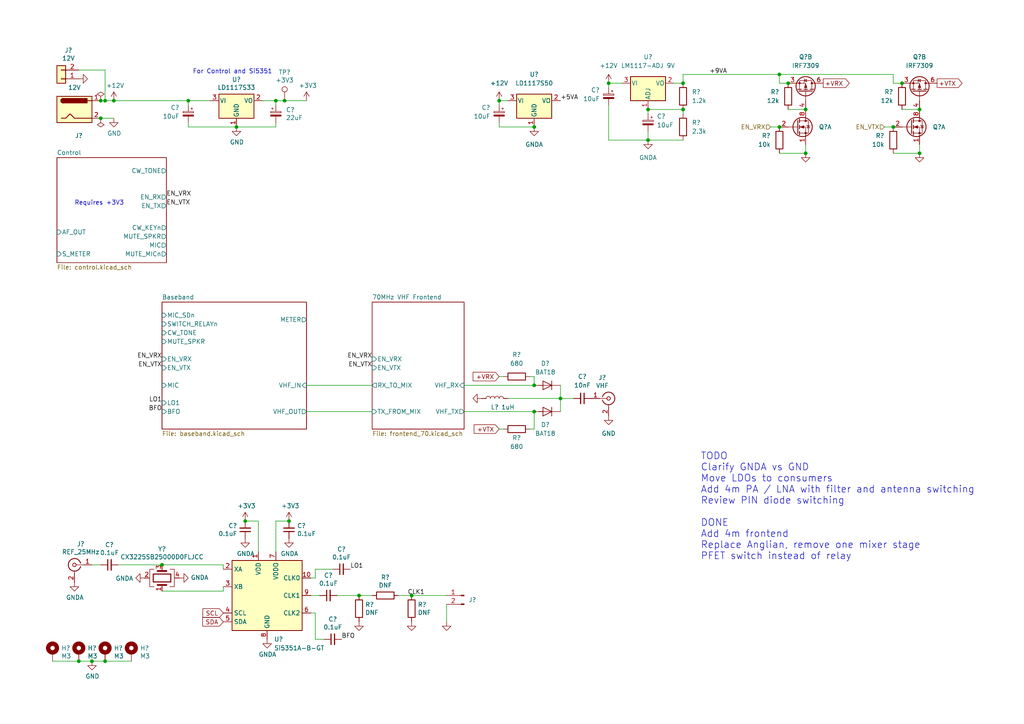
<source format=kicad_sch>
(kicad_sch (version 20211123) (generator eeschema)

  (uuid 7c83c304-769a-4be4-890e-297aba22b5b9)

  (paper "A4")

  (title_block
    (title "DART-70 TRX")
    (date "2023-01-22")
    (rev "0")
    (company "HB9EGM")
    (comment 1 "A 4m Band SSB/CW Transceiver")
  )

  

  (junction (at 29.21 29.21) (diameter 0) (color 0 0 0 0)
    (uuid 0a082e3d-5a37-45bf-9936-1925b33d6b4f)
  )
  (junction (at 228.6 24.13) (diameter 0) (color 0 0 0 0)
    (uuid 0d713598-e0d7-4b64-806d-d27b5ae84128)
  )
  (junction (at 154.94 36.83) (diameter 0) (color 0 0 0 0)
    (uuid 0e896443-97eb-4f57-b4db-382bdbdf63e4)
  )
  (junction (at 104.14 172.72) (diameter 0) (color 0 0 0 0)
    (uuid 11ea7b85-b26d-4a7d-aaed-956352284452)
  )
  (junction (at 26.67 191.77) (diameter 0) (color 0 0 0 0)
    (uuid 130d74aa-cfde-4c45-8bfe-183aacd4590f)
  )
  (junction (at 266.7 44.45) (diameter 0) (color 0 0 0 0)
    (uuid 1379c036-b3e0-455b-b639-0f5dd015d03b)
  )
  (junction (at 198.12 24.13) (diameter 0) (color 0 0 0 0)
    (uuid 13b9a948-b29a-4475-8f42-f20ed3ed1c6a)
  )
  (junction (at 80.01 29.21) (diameter 0) (color 0 0 0 0)
    (uuid 1c29ab88-8089-4a9f-b0ec-e0493fb70d1a)
  )
  (junction (at 33.02 29.21) (diameter 0) (color 0 0 0 0)
    (uuid 1fa90692-7773-42d6-8ba8-8ed55432226b)
  )
  (junction (at 30.48 29.21) (diameter 0) (color 0 0 0 0)
    (uuid 248900dc-9b0b-4fb0-8b44-20e56324d88d)
  )
  (junction (at 29.21 34.29) (diameter 0) (color 0 0 0 0)
    (uuid 2bb5e7ab-7e6e-4e4b-8997-824caea277e9)
  )
  (junction (at 226.06 36.83) (diameter 0) (color 0 0 0 0)
    (uuid 2c691037-8de1-4537-a0ef-41ed59613839)
  )
  (junction (at 187.96 31.75) (diameter 0) (color 0 0 0 0)
    (uuid 398ec90b-61af-4d36-9539-63397d126e21)
  )
  (junction (at 71.12 151.13) (diameter 0) (color 0 0 0 0)
    (uuid 3c03082b-2981-4df2-bc33-6ce03d4158b2)
  )
  (junction (at 233.68 44.45) (diameter 0) (color 0 0 0 0)
    (uuid 3fe7be98-f709-408d-a312-564e4532657b)
  )
  (junction (at 83.82 151.13) (diameter 0) (color 0 0 0 0)
    (uuid 4049e650-6035-45af-a547-48a992b127be)
  )
  (junction (at 198.12 31.75) (diameter 0) (color 0 0 0 0)
    (uuid 4242ccf2-3c4d-4a22-8247-2311c54121ff)
  )
  (junction (at 162.56 115.57) (diameter 0) (color 0 0 0 0)
    (uuid 43df9b13-487d-4795-8053-4ad8b2cbb873)
  )
  (junction (at 226.06 21.59) (diameter 0) (color 0 0 0 0)
    (uuid 4750ee37-26c3-426a-a03a-0a50ee4de791)
  )
  (junction (at 22.86 191.77) (diameter 0) (color 0 0 0 0)
    (uuid 48d3528f-d200-4dbf-87c6-2835721afb0e)
  )
  (junction (at 154.94 119.38) (diameter 0) (color 0 0 0 0)
    (uuid 52c182ac-1ae7-47fb-8f27-77f648381fc6)
  )
  (junction (at 54.61 29.21) (diameter 0) (color 0 0 0 0)
    (uuid 547281cc-eb15-43de-9560-1b10e39a19ed)
  )
  (junction (at 233.68 31.75) (diameter 0) (color 0 0 0 0)
    (uuid 5591956a-807b-4208-83a4-6327422e118a)
  )
  (junction (at 259.08 36.83) (diameter 0) (color 0 0 0 0)
    (uuid 906f16af-3f1b-4545-bda0-18ebce89ce96)
  )
  (junction (at 144.78 29.21) (diameter 0) (color 0 0 0 0)
    (uuid 91bb5e66-90e9-4aff-b233-5b8d53e4ad1c)
  )
  (junction (at 154.94 111.76) (diameter 0) (color 0 0 0 0)
    (uuid 97793736-d570-4f2c-8a66-106f7d23b4a8)
  )
  (junction (at 242.57 -71.12) (diameter 0) (color 0 0 0 0)
    (uuid 9a3fa19c-537d-4296-bb63-989030ca8dd5)
  )
  (junction (at 176.53 24.13) (diameter 0) (color 0 0 0 0)
    (uuid a01cdcc4-8ed1-4b36-8702-1b68481a60d9)
  )
  (junction (at 187.96 40.64) (diameter 0) (color 0 0 0 0)
    (uuid a13e5fb2-5800-4421-9e39-63277f01a71d)
  )
  (junction (at 82.55 29.21) (diameter 0) (color 0 0 0 0)
    (uuid a99cd17b-9938-46df-92bb-88378a42ecd6)
  )
  (junction (at 119.38 172.72) (diameter 0) (color 0 0 0 0)
    (uuid a9fed849-c0d2-45ff-802c-7da3e4c52c0a)
  )
  (junction (at 232.41 -63.5) (diameter 0) (color 0 0 0 0)
    (uuid aeb1da01-4a44-4c30-b05f-9cec7ebba856)
  )
  (junction (at 68.58 36.83) (diameter 0) (color 0 0 0 0)
    (uuid b0c265f7-c716-45d5-8397-630db4d2cf65)
  )
  (junction (at 242.57 -58.42) (diameter 0) (color 0 0 0 0)
    (uuid b80a4902-9741-47e8-9dca-09d8045e2d8b)
  )
  (junction (at 30.48 191.77) (diameter 0) (color 0 0 0 0)
    (uuid d4b4dbc7-e763-47b2-a6cb-b5c021db8bcc)
  )
  (junction (at 261.62 24.13) (diameter 0) (color 0 0 0 0)
    (uuid d531b677-92b2-4589-8265-ffb9f0a9f471)
  )
  (junction (at 266.7 31.75) (diameter 0) (color 0 0 0 0)
    (uuid eeabe6f1-2db7-4eed-bd0c-6e41b390284d)
  )
  (junction (at 46.99 163.83) (diameter 0) (color 0 0 0 0)
    (uuid f8c9e2c3-818f-482b-ad48-f9fb56a455b0)
  )
  (junction (at 238.76 -43.18) (diameter 0) (color 0 0 0 0)
    (uuid fce80799-beee-488e-8575-c5bbc1daac9f)
  )

  (wire (pts (xy 29.21 34.29) (xy 33.02 34.29))
    (stroke (width 0) (type default) (color 0 0 0 0))
    (uuid 002154dd-fd21-426e-8f51-d82382197384)
  )
  (wire (pts (xy 91.44 167.64) (xy 90.17 167.64))
    (stroke (width 0) (type default) (color 0 0 0 0))
    (uuid 05f6334e-7131-4999-b788-1681af60d6df)
  )
  (wire (pts (xy 88.9 119.38) (xy 107.95 119.38))
    (stroke (width 0) (type default) (color 0 0 0 0))
    (uuid 093571d4-0ca5-4839-b6c5-46bae251e367)
  )
  (wire (pts (xy 144.78 35.56) (xy 144.78 36.83))
    (stroke (width 0) (type default) (color 0 0 0 0))
    (uuid 0a3a19af-7bfa-4df3-9b73-b98420c4a518)
  )
  (wire (pts (xy 22.86 191.77) (xy 26.67 191.77))
    (stroke (width 0) (type default) (color 0 0 0 0))
    (uuid 0aad0e8d-0747-412b-85ac-039bbac4ff5e)
  )
  (wire (pts (xy 266.7 41.91) (xy 266.7 44.45))
    (stroke (width 0) (type default) (color 0 0 0 0))
    (uuid 0b3a2a48-0270-494e-962a-3658a00a0875)
  )
  (wire (pts (xy 88.9 111.76) (xy 107.95 111.76))
    (stroke (width 0) (type default) (color 0 0 0 0))
    (uuid 0c548c29-4675-455c-b4eb-39554b0e0db8)
  )
  (wire (pts (xy 54.61 29.21) (xy 54.61 30.48))
    (stroke (width 0) (type default) (color 0 0 0 0))
    (uuid 11b5652b-07d3-428f-98d5-c354cf3693b1)
  )
  (wire (pts (xy 154.94 109.22) (xy 153.67 109.22))
    (stroke (width 0) (type default) (color 0 0 0 0))
    (uuid 1365db47-3e50-475d-8b7e-e1db17b616fc)
  )
  (wire (pts (xy 144.78 36.83) (xy 154.94 36.83))
    (stroke (width 0) (type default) (color 0 0 0 0))
    (uuid 160e3a4c-588b-4e79-ac75-f98bf80b7e0b)
  )
  (wire (pts (xy 80.01 29.21) (xy 82.55 29.21))
    (stroke (width 0) (type default) (color 0 0 0 0))
    (uuid 17ba5b19-2b5b-474e-9c14-1c7d35991587)
  )
  (wire (pts (xy 198.12 31.75) (xy 198.12 33.02))
    (stroke (width 0) (type default) (color 0 0 0 0))
    (uuid 17fc291b-23f9-4de7-9168-978b13dcd03c)
  )
  (wire (pts (xy 180.34 24.13) (xy 176.53 24.13))
    (stroke (width 0) (type default) (color 0 0 0 0))
    (uuid 2199bdfc-0462-4363-af5e-16d8e19d600a)
  )
  (wire (pts (xy 54.61 29.21) (xy 60.96 29.21))
    (stroke (width 0) (type default) (color 0 0 0 0))
    (uuid 28eca374-9b5c-4480-a1a6-52ddcbb57db2)
  )
  (wire (pts (xy 90.17 172.72) (xy 92.71 172.72))
    (stroke (width 0) (type default) (color 0 0 0 0))
    (uuid 2a86319a-5a94-4745-ad80-6b5c02f72e82)
  )
  (wire (pts (xy 187.96 40.64) (xy 198.12 40.64))
    (stroke (width 0) (type default) (color 0 0 0 0))
    (uuid 33f01d9a-6abc-40a9-9b6b-d34bddbf731f)
  )
  (wire (pts (xy 256.54 36.83) (xy 259.08 36.83))
    (stroke (width 0) (type default) (color 0 0 0 0))
    (uuid 345987da-5aa5-4c5e-90e1-ddf0086ed5fb)
  )
  (wire (pts (xy 147.32 115.57) (xy 162.56 115.57))
    (stroke (width 0) (type default) (color 0 0 0 0))
    (uuid 3eb66799-e8b0-416b-a9e5-17fd18188e1b)
  )
  (wire (pts (xy 195.58 24.13) (xy 198.12 24.13))
    (stroke (width 0) (type default) (color 0 0 0 0))
    (uuid 4435e8ff-b63e-4b32-81db-49caa0dd6c5f)
  )
  (wire (pts (xy 129.54 175.26) (xy 129.54 180.34))
    (stroke (width 0) (type default) (color 0 0 0 0))
    (uuid 4c04a716-fc93-4970-8ba6-c46984d0cf6f)
  )
  (wire (pts (xy 198.12 21.59) (xy 198.12 24.13))
    (stroke (width 0) (type default) (color 0 0 0 0))
    (uuid 4c57c394-f97c-4a0b-80d4-0b5157781c3b)
  )
  (wire (pts (xy 134.62 111.76) (xy 154.94 111.76))
    (stroke (width 0) (type default) (color 0 0 0 0))
    (uuid 4cb05072-e4ec-4ace-9793-ec8663b33a48)
  )
  (wire (pts (xy 261.62 31.75) (xy 266.7 31.75))
    (stroke (width 0) (type default) (color 0 0 0 0))
    (uuid 4d5acc98-17ff-4e60-af52-349a1269dddf)
  )
  (wire (pts (xy 254 -58.42) (xy 254 -68.58))
    (stroke (width 0) (type default) (color 0 0 0 0))
    (uuid 51a3f919-4f6b-4c1a-9e4b-219d7ae9f12e)
  )
  (wire (pts (xy 15.24 191.77) (xy 22.86 191.77))
    (stroke (width 0) (type default) (color 0 0 0 0))
    (uuid 579d81c4-8fa6-40d5-b99a-d160787b45b9)
  )
  (wire (pts (xy 259.08 21.59) (xy 226.06 21.59))
    (stroke (width 0) (type default) (color 0 0 0 0))
    (uuid 5ea05504-bb96-4847-90cf-26cb1afd4244)
  )
  (wire (pts (xy 33.02 29.21) (xy 54.61 29.21))
    (stroke (width 0) (type default) (color 0 0 0 0))
    (uuid 6465c817-6f2e-4e62-ac9d-f9a1d93df9e1)
  )
  (wire (pts (xy 96.52 165.1) (xy 91.44 165.1))
    (stroke (width 0) (type default) (color 0 0 0 0))
    (uuid 64e90390-0f4c-4cc1-bafa-363ce23516e9)
  )
  (wire (pts (xy 264.16 -64.77) (xy 264.16 -58.42))
    (stroke (width 0) (type default) (color 0 0 0 0))
    (uuid 65756912-fb86-4307-8753-f20d3967afa2)
  )
  (wire (pts (xy 91.44 185.42) (xy 91.44 177.8))
    (stroke (width 0) (type default) (color 0 0 0 0))
    (uuid 65dd0601-a23d-4c5d-b924-966fc498cbfc)
  )
  (wire (pts (xy 144.78 124.46) (xy 146.05 124.46))
    (stroke (width 0) (type default) (color 0 0 0 0))
    (uuid 65fd1318-4897-4656-baf4-cc1aa4efc50e)
  )
  (wire (pts (xy 134.62 119.38) (xy 154.94 119.38))
    (stroke (width 0) (type default) (color 0 0 0 0))
    (uuid 6678ed58-2bf9-4fce-b811-fa9b19663998)
  )
  (wire (pts (xy 233.68 44.45) (xy 226.06 44.45))
    (stroke (width 0) (type default) (color 0 0 0 0))
    (uuid 67fd7240-7a2e-4504-8c70-47b3112c634e)
  )
  (wire (pts (xy 91.44 177.8) (xy 90.17 177.8))
    (stroke (width 0) (type default) (color 0 0 0 0))
    (uuid 699bee8c-8bc3-4aa6-b4ed-0aa4d255078a)
  )
  (wire (pts (xy 80.01 151.13) (xy 80.01 160.02))
    (stroke (width 0) (type default) (color 0 0 0 0))
    (uuid 6b09c60c-c53b-47dd-b8b8-94f682cd2086)
  )
  (wire (pts (xy 259.08 24.13) (xy 261.62 24.13))
    (stroke (width 0) (type default) (color 0 0 0 0))
    (uuid 73697aae-1f79-401a-bdaa-9ebc2f2340de)
  )
  (wire (pts (xy 144.78 29.21) (xy 144.78 30.48))
    (stroke (width 0) (type default) (color 0 0 0 0))
    (uuid 7471700d-9a5d-406e-b9fc-bdeed49379fa)
  )
  (wire (pts (xy 30.48 29.21) (xy 33.02 29.21))
    (stroke (width 0) (type default) (color 0 0 0 0))
    (uuid 74760d5b-303c-4603-ac2e-6b5209546581)
  )
  (wire (pts (xy 22.86 20.32) (xy 30.48 20.32))
    (stroke (width 0) (type default) (color 0 0 0 0))
    (uuid 79aced1b-30d4-4883-86bf-8a38d664736a)
  )
  (wire (pts (xy 97.79 172.72) (xy 104.14 172.72))
    (stroke (width 0) (type default) (color 0 0 0 0))
    (uuid 7d4200e5-e280-4699-af56-048ba84247d3)
  )
  (wire (pts (xy 146.05 109.22) (xy 144.78 109.22))
    (stroke (width 0) (type default) (color 0 0 0 0))
    (uuid 8025fc94-e615-4b56-8bf2-4787b89136f5)
  )
  (wire (pts (xy 93.98 185.42) (xy 91.44 185.42))
    (stroke (width 0) (type default) (color 0 0 0 0))
    (uuid 8e0abe23-8e7e-48a9-af11-f26197bd8fbf)
  )
  (wire (pts (xy 176.53 30.48) (xy 176.53 40.64))
    (stroke (width 0) (type default) (color 0 0 0 0))
    (uuid 8f5c2a3a-b2da-434e-8810-9da52a5e413a)
  )
  (wire (pts (xy 228.6 31.75) (xy 233.68 31.75))
    (stroke (width 0) (type default) (color 0 0 0 0))
    (uuid 92dfb53a-5556-47b1-8088-214aebbc803d)
  )
  (wire (pts (xy 54.61 35.56) (xy 54.61 36.83))
    (stroke (width 0) (type default) (color 0 0 0 0))
    (uuid 99f8394d-1325-4f0e-9ed0-19dceab6e1f9)
  )
  (wire (pts (xy 242.57 -58.42) (xy 238.76 -58.42))
    (stroke (width 0) (type default) (color 0 0 0 0))
    (uuid 9c52eb74-b8c8-4100-b844-c9be7c6d511d)
  )
  (wire (pts (xy 238.76 -43.18) (xy 238.76 -46.99))
    (stroke (width 0) (type default) (color 0 0 0 0))
    (uuid 9c9d09c2-fbb3-42fd-8022-a7107b60bdef)
  )
  (wire (pts (xy 83.82 151.13) (xy 80.01 151.13))
    (stroke (width 0) (type default) (color 0 0 0 0))
    (uuid 9d3a7a2b-8bae-4d82-8634-16a99f57e389)
  )
  (wire (pts (xy 223.52 36.83) (xy 226.06 36.83))
    (stroke (width 0) (type default) (color 0 0 0 0))
    (uuid a057c374-c462-4764-bd16-2c00eef92afa)
  )
  (wire (pts (xy 242.57 -68.58) (xy 242.57 -71.12))
    (stroke (width 0) (type default) (color 0 0 0 0))
    (uuid a15bb254-7167-427e-9ec3-c4abcf53e5b1)
  )
  (wire (pts (xy 238.76 -54.61) (xy 238.76 -58.42))
    (stroke (width 0) (type default) (color 0 0 0 0))
    (uuid a5d8fc97-d7c1-4797-9d4b-768d4ee7add9)
  )
  (wire (pts (xy 54.61 36.83) (xy 68.58 36.83))
    (stroke (width 0) (type default) (color 0 0 0 0))
    (uuid a69bb6f5-978b-49bb-9446-4ec9cfe4501e)
  )
  (wire (pts (xy 246.38 -43.18) (xy 238.76 -43.18))
    (stroke (width 0) (type default) (color 0 0 0 0))
    (uuid a731f80a-972f-45de-8f8a-42b0b7414eea)
  )
  (wire (pts (xy 259.08 21.59) (xy 259.08 24.13))
    (stroke (width 0) (type default) (color 0 0 0 0))
    (uuid a7349b87-3477-4ba5-bc62-3587f94ab817)
  )
  (wire (pts (xy 154.94 109.22) (xy 154.94 111.76))
    (stroke (width 0) (type default) (color 0 0 0 0))
    (uuid a8465ca8-68f9-4eee-904b-5bbfa483a6ff)
  )
  (wire (pts (xy 88.9 29.21) (xy 82.55 29.21))
    (stroke (width 0) (type default) (color 0 0 0 0))
    (uuid a93dd5f3-ded3-42da-9f3d-78740a5a5bff)
  )
  (wire (pts (xy 162.56 115.57) (xy 162.56 119.38))
    (stroke (width 0) (type default) (color 0 0 0 0))
    (uuid ac53001d-67e7-43b3-8d4f-e25645832d20)
  )
  (wire (pts (xy 226.06 21.59) (xy 198.12 21.59))
    (stroke (width 0) (type default) (color 0 0 0 0))
    (uuid ad76707e-1f2e-4941-86a0-50951acd24bc)
  )
  (wire (pts (xy 176.53 40.64) (xy 187.96 40.64))
    (stroke (width 0) (type default) (color 0 0 0 0))
    (uuid aed0a299-8aa6-4a50-b993-c38efe5fdd7a)
  )
  (wire (pts (xy 176.53 24.13) (xy 176.53 25.4))
    (stroke (width 0) (type default) (color 0 0 0 0))
    (uuid b1ea2466-2371-4b96-9289-6c42e0f0b899)
  )
  (wire (pts (xy 162.56 115.57) (xy 162.56 111.76))
    (stroke (width 0) (type default) (color 0 0 0 0))
    (uuid b5466cc1-2356-42c6-93e2-f2cda1bef0d2)
  )
  (wire (pts (xy 266.7 44.45) (xy 259.08 44.45))
    (stroke (width 0) (type default) (color 0 0 0 0))
    (uuid b5cbe891-dcdf-4951-8f0a-b2c28e4293cd)
  )
  (wire (pts (xy 226.06 24.13) (xy 228.6 24.13))
    (stroke (width 0) (type default) (color 0 0 0 0))
    (uuid bb78f99c-6783-4afe-a661-68817d4180ab)
  )
  (wire (pts (xy 91.44 165.1) (xy 91.44 167.64))
    (stroke (width 0) (type default) (color 0 0 0 0))
    (uuid bcb20d96-4c0e-4c98-a263-0cdd41ab15e5)
  )
  (wire (pts (xy 187.96 38.1) (xy 187.96 40.64))
    (stroke (width 0) (type default) (color 0 0 0 0))
    (uuid bda7a16e-b931-4d51-b769-ff5809beef5f)
  )
  (wire (pts (xy 234.95 -63.5) (xy 232.41 -63.5))
    (stroke (width 0) (type default) (color 0 0 0 0))
    (uuid c0a01a64-7d1b-472d-8880-567c93d125ef)
  )
  (wire (pts (xy 154.94 119.38) (xy 154.94 124.46))
    (stroke (width 0) (type default) (color 0 0 0 0))
    (uuid c23728ce-bdd5-4da9-b0f8-75fac060a96d)
  )
  (wire (pts (xy 74.93 151.13) (xy 74.93 160.02))
    (stroke (width 0) (type default) (color 0 0 0 0))
    (uuid c24d03f2-5bff-4d74-88e5-481cd2f1e035)
  )
  (wire (pts (xy 269.24 -60.96) (xy 269.24 -58.42))
    (stroke (width 0) (type default) (color 0 0 0 0))
    (uuid c353b884-bf6e-4195-82d9-6e347a13f8f2)
  )
  (wire (pts (xy 119.38 172.72) (xy 129.54 172.72))
    (stroke (width 0) (type default) (color 0 0 0 0))
    (uuid c48e879f-0b64-4f86-a8cf-003dbff29c4e)
  )
  (wire (pts (xy 107.95 172.72) (xy 104.14 172.72))
    (stroke (width 0) (type default) (color 0 0 0 0))
    (uuid cbbfb5e5-7e85-4367-b6a7-9b21fc6d9e17)
  )
  (wire (pts (xy 46.99 171.45) (xy 64.77 171.45))
    (stroke (width 0) (type default) (color 0 0 0 0))
    (uuid cc89f37d-2221-4ee8-a763-21432c733f93)
  )
  (wire (pts (xy 76.2 29.21) (xy 80.01 29.21))
    (stroke (width 0) (type default) (color 0 0 0 0))
    (uuid cdc3b2bb-9f60-476c-ac94-bf550b6e7b5e)
  )
  (wire (pts (xy 233.68 41.91) (xy 233.68 44.45))
    (stroke (width 0) (type default) (color 0 0 0 0))
    (uuid cdf8245b-2e03-441d-8536-8e14a3d0d2ff)
  )
  (wire (pts (xy 71.12 151.13) (xy 74.93 151.13))
    (stroke (width 0) (type default) (color 0 0 0 0))
    (uuid ceb52c7a-a12c-449a-be98-109b3a3bd409)
  )
  (wire (pts (xy 29.21 29.21) (xy 30.48 29.21))
    (stroke (width 0) (type default) (color 0 0 0 0))
    (uuid d18620ef-44b4-47e8-b939-bb0398e91c85)
  )
  (wire (pts (xy 64.77 163.83) (xy 64.77 165.1))
    (stroke (width 0) (type default) (color 0 0 0 0))
    (uuid d51dda35-7a1a-4d41-817a-7bb1f7f6ffd4)
  )
  (wire (pts (xy 26.67 191.77) (xy 30.48 191.77))
    (stroke (width 0) (type default) (color 0 0 0 0))
    (uuid d5d26400-826e-40a5-a7b1-6a9ebbaedfb4)
  )
  (wire (pts (xy 166.37 115.57) (xy 162.56 115.57))
    (stroke (width 0) (type default) (color 0 0 0 0))
    (uuid d62cfc4c-5e25-471a-be1e-d5cbaecce182)
  )
  (wire (pts (xy 229.87 -63.5) (xy 232.41 -63.5))
    (stroke (width 0) (type default) (color 0 0 0 0))
    (uuid d77b5383-1057-41f7-a864-97b50dcdeb67)
  )
  (wire (pts (xy 246.38 -58.42) (xy 242.57 -58.42))
    (stroke (width 0) (type default) (color 0 0 0 0))
    (uuid db017b0a-0353-497a-a563-8390daa5d431)
  )
  (wire (pts (xy 144.78 29.21) (xy 147.32 29.21))
    (stroke (width 0) (type default) (color 0 0 0 0))
    (uuid dd927172-6a9a-406f-a951-4e7f78cebb7b)
  )
  (wire (pts (xy 30.48 191.77) (xy 38.1 191.77))
    (stroke (width 0) (type default) (color 0 0 0 0))
    (uuid dfd58d9e-0c03-4a20-9983-0d32c26093d8)
  )
  (wire (pts (xy 68.58 36.83) (xy 80.01 36.83))
    (stroke (width 0) (type default) (color 0 0 0 0))
    (uuid e264f0d9-6386-4838-a810-81df8032f681)
  )
  (wire (pts (xy 30.48 20.32) (xy 30.48 29.21))
    (stroke (width 0) (type default) (color 0 0 0 0))
    (uuid e49f1b40-a83b-4b72-93d7-dd44349357c4)
  )
  (wire (pts (xy 119.38 172.72) (xy 115.57 172.72))
    (stroke (width 0) (type default) (color 0 0 0 0))
    (uuid ea6f4611-7eac-4b21-b232-fff65a738b95)
  )
  (wire (pts (xy 34.29 163.83) (xy 46.99 163.83))
    (stroke (width 0) (type default) (color 0 0 0 0))
    (uuid ea97e745-2bac-4983-a78b-499e0f8d7b6d)
  )
  (wire (pts (xy 242.57 -71.12) (xy 232.41 -71.12))
    (stroke (width 0) (type default) (color 0 0 0 0))
    (uuid eb3550c5-55d7-4b5a-8fbc-509d8db76263)
  )
  (wire (pts (xy 187.96 31.75) (xy 198.12 31.75))
    (stroke (width 0) (type default) (color 0 0 0 0))
    (uuid eb9b3733-e4ec-4731-87f1-5f6fd8f11a68)
  )
  (wire (pts (xy 29.21 163.83) (xy 26.67 163.83))
    (stroke (width 0) (type default) (color 0 0 0 0))
    (uuid f38fd353-54b3-403a-9387-7ff36888e6a9)
  )
  (wire (pts (xy 46.99 163.83) (xy 64.77 163.83))
    (stroke (width 0) (type default) (color 0 0 0 0))
    (uuid f7008c47-327e-4961-9c20-bbaf09b0d636)
  )
  (wire (pts (xy 64.77 171.45) (xy 64.77 170.18))
    (stroke (width 0) (type default) (color 0 0 0 0))
    (uuid f841e691-04bf-4057-bcb4-476ba3910c05)
  )
  (wire (pts (xy 153.67 124.46) (xy 154.94 124.46))
    (stroke (width 0) (type default) (color 0 0 0 0))
    (uuid fa186e4d-5679-4648-97be-d46dd5fe54d1)
  )
  (wire (pts (xy 80.01 35.56) (xy 80.01 36.83))
    (stroke (width 0) (type default) (color 0 0 0 0))
    (uuid fc244ca3-4412-44ac-b1f3-44d00d15b5ac)
  )
  (wire (pts (xy 187.96 31.75) (xy 187.96 33.02))
    (stroke (width 0) (type default) (color 0 0 0 0))
    (uuid fc4a7459-1bb4-4226-8823-ec552cb8417e)
  )
  (wire (pts (xy 226.06 21.59) (xy 226.06 24.13))
    (stroke (width 0) (type default) (color 0 0 0 0))
    (uuid fe8a3f3f-3126-421d-b59c-37217ed6f49c)
  )
  (wire (pts (xy 80.01 29.21) (xy 80.01 30.48))
    (stroke (width 0) (type default) (color 0 0 0 0))
    (uuid ffb99ea8-48c3-486c-94d4-7034e45d57f7)
  )

  (text "Requires +3V3" (at 21.59 59.69 0)
    (effects (font (size 1.27 1.27)) (justify left bottom))
    (uuid 116a8b96-c84a-4d0e-9efd-2c374598e9fc)
  )
  (text "TODO\nClarify GNDA vs GND\nMove LDOs to consumers\nAdd 4m PA / LNA with filter and antenna switching\nReview PIN diode switching\n\nDONE\nAdd 4m frontend\nReplace Anglian, remove one mixer stage\nPFET switch instead of relay\n"
    (at 203.2 162.56 0)
    (effects (font (size 2 2)) (justify left bottom))
    (uuid bb2e7fd8-c90d-4499-afb3-dd966ff449a9)
  )
  (text "This project is inspired by F6FEO's Picardy, G4DDK's Anglian transverters, the uBitx, and\nEI9GQ's \"Building a Transceiver\". It derives from my previous Picardy 2020 2m design."
    (at 210.82 281.94 0)
    (effects (font (size 1.27 1.27)) (justify left bottom))
    (uuid cc99dfff-7e1c-41c9-90b0-50846ceea0a1)
  )
  (text "For Control and Si5351" (at 55.88 21.59 0)
    (effects (font (size 1.27 1.27)) (justify left bottom))
    (uuid f4edd5b2-72b4-45e8-b62f-fa9fad300bad)
  )

  (label "+9VA" (at 205.74 21.59 0)
    (effects (font (size 1.27 1.27)) (justify left bottom))
    (uuid 00bb6864-ec12-4888-8ef6-77b5d0147170)
  )
  (label "EN_VTX" (at 107.95 106.68 180)
    (effects (font (size 1.27 1.27)) (justify right bottom))
    (uuid 2a1445c0-3ee8-4e0d-b2b5-fefc03020288)
  )
  (label "CLK1" (at 123.19 172.72 180)
    (effects (font (size 1.27 1.27)) (justify right bottom))
    (uuid 37559495-9dfc-4a54-80ee-fad84f20dc2a)
  )
  (label "EN_VRX" (at 48.26 57.15 0)
    (effects (font (size 1.27 1.27)) (justify left bottom))
    (uuid 618621f8-a3f4-49c8-9ea3-607c2df3756e)
  )
  (label "EN_VTX" (at 46.99 106.68 180)
    (effects (font (size 1.27 1.27)) (justify right bottom))
    (uuid 707270bd-0eb2-4e1d-8637-f82b10fa67aa)
  )
  (label "+5VA" (at 162.56 29.21 0)
    (effects (font (size 1.27 1.27)) (justify left bottom))
    (uuid 7146a789-5824-47bd-a0cc-f2b46bf21cde)
  )
  (label "EN_VTX" (at 48.26 59.69 0)
    (effects (font (size 1.27 1.27)) (justify left bottom))
    (uuid 79771a5b-bbc0-45e2-b3e2-33121a4ba792)
  )
  (label "EN_VRX" (at 107.95 104.14 180)
    (effects (font (size 1.27 1.27)) (justify right bottom))
    (uuid 7d379f5c-8657-4fef-9f9e-0c96e27cc75e)
  )
  (label "EN_VRX" (at 46.99 104.14 180)
    (effects (font (size 1.27 1.27)) (justify right bottom))
    (uuid aa00f259-e907-4fdf-a2ba-c826172145af)
  )
  (label "LO1" (at 101.6 165.1 0)
    (effects (font (size 1.27 1.27)) (justify left bottom))
    (uuid b1685444-7ed2-49f0-840b-5ade5d456940)
  )
  (label "LO1" (at 46.99 116.84 180)
    (effects (font (size 1.27 1.27)) (justify right bottom))
    (uuid cdac41f7-a7f2-4a3f-ba4b-bfc7d7f66152)
  )
  (label "BFO" (at 99.06 185.42 0)
    (effects (font (size 1.27 1.27)) (justify left bottom))
    (uuid e316d376-2303-43ce-9137-3f0af976260d)
  )
  (label "BFO" (at 46.99 119.38 180)
    (effects (font (size 1.27 1.27)) (justify right bottom))
    (uuid f9d8824d-4312-4052-b7a4-29b601206a19)
  )

  (global_label "+VRX" (shape input) (at 144.78 109.22 180) (fields_autoplaced)
    (effects (font (size 1.27 1.27)) (justify right))
    (uuid 239fb701-4f22-422c-b794-639e7cdebbc8)
    (property "Intersheet References" "${INTERSHEET_REFS}" (id 0) (at 137.2264 109.2994 0)
      (effects (font (size 1.27 1.27)) (justify right) hide)
    )
  )
  (global_label "+VTX" (shape output) (at 271.78 24.13 0) (fields_autoplaced)
    (effects (font (size 1.27 1.27)) (justify left))
    (uuid 5715d411-82bf-4ac6-9f8b-b918cd54b27e)
    (property "Intersheet References" "${INTERSHEET_REFS}" (id 0) (at 279.0312 24.0506 0)
      (effects (font (size 1.27 1.27)) (justify left) hide)
    )
  )
  (global_label "SDA" (shape input) (at 64.77 180.34 180) (fields_autoplaced)
    (effects (font (size 1.27 1.27)) (justify right))
    (uuid 7b27748e-95b6-4e72-a559-44948dc7382e)
    (property "Intersheet References" "${INTERSHEET_REFS}" (id 0) (at -140.97 128.27 0)
      (effects (font (size 1.27 1.27)) hide)
    )
  )
  (global_label "+VTX" (shape input) (at 144.78 124.46 180) (fields_autoplaced)
    (effects (font (size 1.27 1.27)) (justify right))
    (uuid 8a3322e7-41b1-4e7c-9f46-15730c012cf4)
    (property "Intersheet References" "${INTERSHEET_REFS}" (id 0) (at 137.5288 124.3806 0)
      (effects (font (size 1.27 1.27)) (justify right) hide)
    )
  )
  (global_label "+VRX" (shape output) (at 238.76 24.13 0) (fields_autoplaced)
    (effects (font (size 1.27 1.27)) (justify left))
    (uuid 8e3e968b-49f3-4efb-92bd-f40737515307)
    (property "Intersheet References" "${INTERSHEET_REFS}" (id 0) (at 246.3136 24.0506 0)
      (effects (font (size 1.27 1.27)) (justify left) hide)
    )
  )
  (global_label "SCL" (shape input) (at 64.77 177.8 180) (fields_autoplaced)
    (effects (font (size 1.27 1.27)) (justify right))
    (uuid c9ecb380-e98f-45c6-b8cb-94efe9240021)
    (property "Intersheet References" "${INTERSHEET_REFS}" (id 0) (at -140.97 128.27 0)
      (effects (font (size 1.27 1.27)) hide)
    )
  )

  (hierarchical_label "EN_VRX" (shape input) (at 223.52 36.83 180)
    (effects (font (size 1.27 1.27)) (justify right))
    (uuid 7df73d1c-bea1-40bc-bd85-23a0ec4a5e64)
  )
  (hierarchical_label "SWITCH_RELAYn" (shape input) (at 214.63 -63.5 180)
    (effects (font (size 1.27 1.27)) (justify right))
    (uuid a1830f45-f348-45e4-b2fb-0eb73dd068b0)
  )
  (hierarchical_label "EN_VTX" (shape input) (at 256.54 36.83 180)
    (effects (font (size 1.27 1.27)) (justify right))
    (uuid ebcb7436-0315-46b9-b837-f901891153ea)
  )

  (symbol (lib_id "power:+3.3V") (at 83.82 151.13 0) (unit 1)
    (in_bom yes) (on_board yes)
    (uuid 0a66f684-42c8-4454-8b00-30b8c4ea5d56)
    (property "Reference" "#PWR?" (id 0) (at 83.82 154.94 0)
      (effects (font (size 1.27 1.27)) hide)
    )
    (property "Value" "+3.3V" (id 1) (at 84.201 146.7358 0))
    (property "Footprint" "" (id 2) (at 83.82 151.13 0)
      (effects (font (size 1.27 1.27)) hide)
    )
    (property "Datasheet" "" (id 3) (at 83.82 151.13 0)
      (effects (font (size 1.27 1.27)) hide)
    )
    (pin "1" (uuid 2b1c22a2-3bee-4d20-b723-68da98a1fc64))
  )

  (symbol (lib_id "mpb:BAT18") (at 158.75 119.38 180) (unit 1)
    (in_bom yes) (on_board yes) (fields_autoplaced)
    (uuid 0b14ffde-378e-478d-8691-440e08a63312)
    (property "Reference" "D?" (id 0) (at 158.1658 123.19 0))
    (property "Value" "BAT18" (id 1) (at 158.1658 125.73 0))
    (property "Footprint" "Package_TO_SOT_SMD:SOT-23_Handsoldering" (id 2) (at 158.75 120.65 0)
      (effects (font (size 1.27 1.27)) hide)
    )
    (property "Datasheet" "~" (id 3) (at 158.75 119.38 0)
      (effects (font (size 1.27 1.27)) hide)
    )
    (property "Need_order" "" (id 4) (at 158.75 119.38 0)
      (effects (font (size 1.27 1.27)) hide)
    )
    (pin "1" (uuid 522fcbb3-7cc0-46ec-b70e-ca5459a5fb31))
    (pin "3" (uuid d3584ac8-7730-44a0-9f8f-43609a9f9f83))
  )

  (symbol (lib_id "Diode:1N4148W") (at 238.76 -50.8 270) (unit 1)
    (in_bom yes) (on_board yes)
    (uuid 0df0aab9-ac02-434a-ad22-72c07912fcd6)
    (property "Reference" "D?" (id 0) (at 236.728 -51.9684 90)
      (effects (font (size 1.27 1.27)) (justify right))
    )
    (property "Value" "1N4148W" (id 1) (at 236.728 -49.657 90)
      (effects (font (size 1.27 1.27)) (justify right))
    )
    (property "Footprint" "Diode_SMD:D_SOD-123F" (id 2) (at 234.315 -50.8 0)
      (effects (font (size 1.27 1.27)) hide)
    )
    (property "Datasheet" "https://www.vishay.com/docs/85748/1n4148w.pdf" (id 3) (at 238.76 -50.8 0)
      (effects (font (size 1.27 1.27)) hide)
    )
    (property "MPN" "1N4148W" (id 4) (at 238.76 -50.8 0)
      (effects (font (size 1.27 1.27)) hide)
    )
    (property "Need_order" "" (id 5) (at 238.76 -50.8 0)
      (effects (font (size 1.27 1.27)) hide)
    )
    (pin "1" (uuid 5c5c790b-1c44-4cb1-8226-1bfb0bd2a8cb))
    (pin "2" (uuid f94adeab-23ff-4f9e-a9a3-6819d19ee090))
  )

  (symbol (lib_id "Regulator_Linear:LD1117S50TR_SOT223") (at 154.94 29.21 0) (unit 1)
    (in_bom yes) (on_board yes) (fields_autoplaced)
    (uuid 0f599ab7-5a53-4f5a-bde7-fcef2e2841ee)
    (property "Reference" "U?" (id 0) (at 154.94 21.59 0))
    (property "Value" "LD1117S50" (id 1) (at 154.94 24.13 0))
    (property "Footprint" "Package_TO_SOT_SMD:SOT-223-3_TabPin2" (id 2) (at 154.94 24.13 0)
      (effects (font (size 1.27 1.27)) hide)
    )
    (property "Datasheet" "http://www.st.com/st-web-ui/static/active/en/resource/technical/document/datasheet/CD00000544.pdf" (id 3) (at 157.48 35.56 0)
      (effects (font (size 1.27 1.27)) hide)
    )
    (pin "1" (uuid 0799cfe9-f73f-428f-86e0-5df9fe4be1b8))
    (pin "2" (uuid 9a642b0f-f010-4ca9-8892-5ba6582f9da8))
    (pin "3" (uuid df79b4b0-7939-4714-b2e0-4a118371874f))
  )

  (symbol (lib_id "Transistor_FET:IRF7309IPBF") (at 266.7 26.67 270) (mirror x) (unit 2)
    (in_bom yes) (on_board yes) (fields_autoplaced)
    (uuid 0f9e322e-4eb7-4922-ac71-ef5dee3be07c)
    (property "Reference" "Q?" (id 0) (at 266.7 16.51 90))
    (property "Value" "IRF7309" (id 1) (at 266.7 19.05 90))
    (property "Footprint" "Package_SO:SOIC-8_3.9x4.9mm_P1.27mm" (id 2) (at 264.795 21.59 0)
      (effects (font (size 1.27 1.27)) (justify left) hide)
    )
    (property "Datasheet" "http://www.irf.com/product-info/datasheets/data/irf7309ipbf.pdf" (id 3) (at 266.7 24.13 0)
      (effects (font (size 1.27 1.27)) (justify left) hide)
    )
    (property "MPN" "IRF7309IPBF" (id 5) (at 266.7 26.67 90)
      (effects (font (size 1.27 1.27)) hide)
    )
    (property "Need_order" "1" (id 4) (at 266.7 26.67 90)
      (effects (font (size 1.27 1.27)) hide)
    )
    (pin "1" (uuid d98f2c33-a62f-4cf8-87a2-61168649f191))
    (pin "2" (uuid bdee35fb-588c-4510-94fc-9a9ca1702855))
    (pin "7" (uuid 4c5df834-caa7-40ab-8e75-6d6bbfd257bb))
    (pin "8" (uuid c1dec542-6b7e-4205-9ad8-759154cc29f3))
    (pin "3" (uuid cbbb70e3-b619-4409-8d4a-ad62e1e50a5b))
    (pin "4" (uuid b45eee31-c14b-46a9-a687-28af259b3327))
    (pin "5" (uuid 503b2915-4f08-4a72-b20e-de5bfb6ef5f6))
    (pin "6" (uuid d7fe3f76-600d-47da-9a99-5b56de4d82d0))
  )

  (symbol (lib_id "power:GNDA") (at 266.7 44.45 0) (unit 1)
    (in_bom yes) (on_board yes) (fields_autoplaced)
    (uuid 11d72818-4927-476a-b663-3f411b19ea20)
    (property "Reference" "#PWR?" (id 0) (at 266.7 50.8 0)
      (effects (font (size 1.27 1.27)) hide)
    )
    (property "Value" "GNDA" (id 1) (at 266.827 47.6758 90)
      (effects (font (size 1.27 1.27)) (justify right) hide)
    )
    (property "Footprint" "" (id 2) (at 266.7 44.45 0)
      (effects (font (size 1.27 1.27)) hide)
    )
    (property "Datasheet" "" (id 3) (at 266.7 44.45 0)
      (effects (font (size 1.27 1.27)) hide)
    )
    (pin "1" (uuid a28057b0-f2c4-4c07-8fb9-f4a0591d782f))
  )

  (symbol (lib_id "power:GNDA") (at 77.47 185.42 0) (unit 1)
    (in_bom yes) (on_board yes)
    (uuid 15141d00-2169-455b-946f-57f60b1f9d23)
    (property "Reference" "#PWR?" (id 0) (at 77.47 191.77 0)
      (effects (font (size 1.27 1.27)) hide)
    )
    (property "Value" "GNDA" (id 1) (at 77.597 189.8142 0))
    (property "Footprint" "" (id 2) (at 77.47 185.42 0)
      (effects (font (size 1.27 1.27)) hide)
    )
    (property "Datasheet" "" (id 3) (at 77.47 185.42 0)
      (effects (font (size 1.27 1.27)) hide)
    )
    (pin "1" (uuid 05bccfcd-5ecd-4a29-baec-9be101d2d22a))
  )

  (symbol (lib_id "power:PWR_FLAG") (at 29.21 29.21 0) (unit 1)
    (in_bom yes) (on_board yes)
    (uuid 17f19d51-1d48-4b41-9e1f-1ae8f8799dc5)
    (property "Reference" "#FLG?" (id 0) (at 29.21 27.305 0)
      (effects (font (size 1.27 1.27)) hide)
    )
    (property "Value" "PWR_FLAG" (id 1) (at 29.21 25.9842 90)
      (effects (font (size 1.27 1.27)) (justify left) hide)
    )
    (property "Footprint" "" (id 2) (at 29.21 29.21 0)
      (effects (font (size 1.27 1.27)) hide)
    )
    (property "Datasheet" "~" (id 3) (at 29.21 29.21 0)
      (effects (font (size 1.27 1.27)) hide)
    )
    (pin "1" (uuid b075df74-cc2c-4cf8-b10c-4a6f9df277a3))
  )

  (symbol (lib_id "Device:C_Small") (at 99.06 165.1 90) (unit 1)
    (in_bom yes) (on_board yes)
    (uuid 1f22f568-466b-4986-a14d-fd6fd88e1a92)
    (property "Reference" "C?" (id 0) (at 99.06 159.2834 90))
    (property "Value" "0.1uF" (id 1) (at 99.06 161.5948 90))
    (property "Footprint" "Capacitor_SMD:C_0603_1608Metric_Pad1.05x0.95mm_HandSolder" (id 2) (at 99.06 165.1 0)
      (effects (font (size 1.27 1.27)) hide)
    )
    (property "Datasheet" "~" (id 3) (at 99.06 165.1 0)
      (effects (font (size 1.27 1.27)) hide)
    )
    (property "MPN" "GRM188R71H104KA93D" (id 4) (at 99.06 165.1 0)
      (effects (font (size 1.27 1.27)) hide)
    )
    (property "Need_order" "" (id 5) (at 99.06 165.1 0)
      (effects (font (size 1.27 1.27)) hide)
    )
    (pin "1" (uuid 8fabf0b6-bf9e-4449-bba3-d9b551e56598))
    (pin "2" (uuid 3784a66d-521d-4a8e-af7c-0c11a9705603))
  )

  (symbol (lib_id "power:GNDA") (at 71.12 156.21 0) (unit 1)
    (in_bom yes) (on_board yes)
    (uuid 1ff30586-c262-43a9-8e43-b3210a14f902)
    (property "Reference" "#PWR?" (id 0) (at 71.12 162.56 0)
      (effects (font (size 1.27 1.27)) hide)
    )
    (property "Value" "GNDA" (id 1) (at 71.247 160.6042 0))
    (property "Footprint" "" (id 2) (at 71.12 156.21 0)
      (effects (font (size 1.27 1.27)) hide)
    )
    (property "Datasheet" "" (id 3) (at 71.12 156.21 0)
      (effects (font (size 1.27 1.27)) hide)
    )
    (pin "1" (uuid 232e4c6f-ba1f-4c81-a477-65be299f183e))
  )

  (symbol (lib_id "Oscillator:Si5351A-B-GT") (at 77.47 172.72 0) (unit 1)
    (in_bom yes) (on_board yes) (fields_autoplaced)
    (uuid 21b72678-ff29-4b0c-910b-e8cac72cc05c)
    (property "Reference" "U?" (id 0) (at 79.4894 185.42 0)
      (effects (font (size 1.27 1.27)) (justify left))
    )
    (property "Value" "Si5351A-B-GT" (id 1) (at 79.4894 187.96 0)
      (effects (font (size 1.27 1.27)) (justify left))
    )
    (property "Footprint" "Package_SO:MSOP-10_3x3mm_P0.5mm" (id 2) (at 77.47 193.04 0)
      (effects (font (size 1.27 1.27)) hide)
    )
    (property "Datasheet" "https://www.silabs.com/documents/public/data-sheets/Si5351-B.pdf" (id 3) (at 68.58 175.26 0)
      (effects (font (size 1.27 1.27)) hide)
    )
    (property "MPN" "Si5351A-B-GT" (id 4) (at 77.47 172.72 0)
      (effects (font (size 1.27 1.27)) hide)
    )
    (property "Need_order" "" (id 5) (at 77.47 172.72 0)
      (effects (font (size 1.27 1.27)) hide)
    )
    (pin "1" (uuid 37ddf7ae-2fb0-4bba-9e77-0f14b9f3abc8))
    (pin "10" (uuid 0e4345a9-f908-4029-a0c6-352a6d6f74e2))
    (pin "2" (uuid 81683aef-4d22-4b74-87d6-4e0aae7316df))
    (pin "3" (uuid 3716f086-72e4-4820-9f4d-a2aa6817b89d))
    (pin "4" (uuid 3686fff4-6db1-4790-aa68-cd0dfe74238a))
    (pin "5" (uuid f4a3824a-1048-4060-936e-4ec3370c7965))
    (pin "6" (uuid 791b11cd-ebde-4cca-920c-34abbba025e3))
    (pin "7" (uuid 2709b76d-48d1-4a55-89e5-8584738a440f))
    (pin "8" (uuid eb634f5b-d996-405b-b6d0-39f6de663c26))
    (pin "9" (uuid 084ff32c-1d20-4730-a669-d359f0144400))
  )

  (symbol (lib_id "Transistor_FET:IRF7309IPBF") (at 264.16 36.83 0) (unit 1)
    (in_bom yes) (on_board yes) (fields_autoplaced)
    (uuid 21dc5152-a76d-46f4-892b-84fce05d5904)
    (property "Reference" "Q?" (id 0) (at 270.51 36.8299 0)
      (effects (font (size 1.27 1.27)) (justify left))
    )
    (property "Value" "IRF7309IPBF" (id 1) (at 270.51 38.0999 0)
      (effects (font (size 1.27 1.27)) (justify left) hide)
    )
    (property "Footprint" "Package_SO:SOIC-8_3.9x4.9mm_P1.27mm" (id 2) (at 269.24 38.735 0)
      (effects (font (size 1.27 1.27)) (justify left) hide)
    )
    (property "Datasheet" "http://www.irf.com/product-info/datasheets/data/irf7309ipbf.pdf" (id 3) (at 266.7 36.83 0)
      (effects (font (size 1.27 1.27)) (justify left) hide)
    )
    (pin "1" (uuid d633523a-4c7c-4c48-a733-9cb8378181ce))
    (pin "2" (uuid dd8c3a6d-12a8-4655-8963-76b018438ea0))
    (pin "7" (uuid 280cbf02-cfb5-408d-a3af-9c504a62fdbe))
    (pin "8" (uuid 6dfb5df6-d222-43c5-9622-2ca6c50fbbd4))
    (pin "3" (uuid ba8cc049-c105-4de1-878b-b1dbe6de7d57))
    (pin "4" (uuid 4e37fb9e-80ab-4142-a214-915c8a797024))
    (pin "5" (uuid d21acb24-22d5-4f00-99de-a550b2e303b5))
    (pin "6" (uuid 97974bf9-8a18-4bae-af65-2a4432a530f7))
  )

  (symbol (lib_id "Device:R") (at 104.14 176.53 0) (unit 1)
    (in_bom yes) (on_board yes)
    (uuid 2359bb52-c517-40a0-91cc-c52df5063959)
    (property "Reference" "R?" (id 0) (at 105.918 175.3616 0)
      (effects (font (size 1.27 1.27)) (justify left))
    )
    (property "Value" "DNF" (id 1) (at 105.918 177.673 0)
      (effects (font (size 1.27 1.27)) (justify left))
    )
    (property "Footprint" "Resistor_SMD:R_0603_1608Metric_Pad1.05x0.95mm_HandSolder" (id 2) (at 102.362 176.53 90)
      (effects (font (size 1.27 1.27)) hide)
    )
    (property "Datasheet" "~" (id 3) (at 104.14 176.53 0)
      (effects (font (size 1.27 1.27)) hide)
    )
    (property "Need_order" "" (id 4) (at 104.14 176.53 0)
      (effects (font (size 1.27 1.27)) hide)
    )
    (pin "1" (uuid ba9ee4ad-a586-469b-9b71-16552315d426))
    (pin "2" (uuid dc6404f1-f3e6-4f85-999e-64b57f65807f))
  )

  (symbol (lib_id "power:+3.3V") (at 88.9 29.21 0) (unit 1)
    (in_bom yes) (on_board yes)
    (uuid 297fb073-feb7-4cde-a10e-a6cf257a47de)
    (property "Reference" "#PWR?" (id 0) (at 88.9 33.02 0)
      (effects (font (size 1.27 1.27)) hide)
    )
    (property "Value" "+3.3V" (id 1) (at 89.281 24.8158 0))
    (property "Footprint" "" (id 2) (at 88.9 29.21 0)
      (effects (font (size 1.27 1.27)) hide)
    )
    (property "Datasheet" "" (id 3) (at 88.9 29.21 0)
      (effects (font (size 1.27 1.27)) hide)
    )
    (pin "1" (uuid 5430bfbb-ddd1-4286-a6e6-a514e47d8b0b))
  )

  (symbol (lib_id "power:GNDA") (at 129.54 180.34 0) (unit 1)
    (in_bom yes) (on_board yes)
    (uuid 2b6d241c-6493-4ae0-b7a7-086d3ce103f1)
    (property "Reference" "#PWR?" (id 0) (at 129.54 186.69 0)
      (effects (font (size 1.27 1.27)) hide)
    )
    (property "Value" "GNDA" (id 1) (at 129.667 184.7342 0)
      (effects (font (size 1.27 1.27)) hide)
    )
    (property "Footprint" "" (id 2) (at 129.54 180.34 0)
      (effects (font (size 1.27 1.27)) hide)
    )
    (property "Datasheet" "" (id 3) (at 129.54 180.34 0)
      (effects (font (size 1.27 1.27)) hide)
    )
    (pin "1" (uuid b3f823b9-c583-44ad-b85b-452cb8f99c19))
  )

  (symbol (lib_name "GND_1") (lib_id "power:GND") (at 176.53 120.65 0) (unit 1)
    (in_bom yes) (on_board yes) (fields_autoplaced)
    (uuid 2f075e14-9ae7-4c62-a300-6146c589492e)
    (property "Reference" "#PWR?" (id 0) (at 176.53 127 0)
      (effects (font (size 1.27 1.27)) hide)
    )
    (property "Value" "GND" (id 1) (at 176.53 125.73 0))
    (property "Footprint" "" (id 2) (at 176.53 120.65 0)
      (effects (font (size 1.27 1.27)) hide)
    )
    (property "Datasheet" "" (id 3) (at 176.53 120.65 0)
      (effects (font (size 1.27 1.27)) hide)
    )
    (pin "1" (uuid ea3d06f3-0bfc-4cea-a438-e1856a760c01))
  )

  (symbol (lib_id "Device:R") (at 198.12 27.94 0) (mirror y) (unit 1)
    (in_bom yes) (on_board yes) (fields_autoplaced)
    (uuid 3338c98b-9878-4216-b17a-ab25216ac911)
    (property "Reference" "R?" (id 0) (at 200.66 26.6699 0)
      (effects (font (size 1.27 1.27)) (justify right))
    )
    (property "Value" "1.2k" (id 1) (at 200.66 29.2099 0)
      (effects (font (size 1.27 1.27)) (justify right))
    )
    (property "Footprint" "Resistor_SMD:R_0603_1608Metric_Pad1.05x0.95mm_HandSolder" (id 2) (at 199.898 27.94 90)
      (effects (font (size 1.27 1.27)) hide)
    )
    (property "Datasheet" "~" (id 3) (at 198.12 27.94 0)
      (effects (font (size 1.27 1.27)) hide)
    )
    (property "Need_order" "" (id 4) (at 198.12 27.94 0)
      (effects (font (size 1.27 1.27)) hide)
    )
    (pin "1" (uuid 93d6719b-d3b8-4ae4-bcf6-d1910b8be51f))
    (pin "2" (uuid 0d38366b-4d83-452d-b0b7-4cacb9b22b8e))
  )

  (symbol (lib_id "Device:C_Small") (at 71.12 153.67 180) (unit 1)
    (in_bom yes) (on_board yes)
    (uuid 35f82547-5ee1-4384-9d87-cf5e2a8d5d62)
    (property "Reference" "C?" (id 0) (at 68.8086 152.5016 0)
      (effects (font (size 1.27 1.27)) (justify left))
    )
    (property "Value" "0.1uF" (id 1) (at 68.8086 154.813 0)
      (effects (font (size 1.27 1.27)) (justify left))
    )
    (property "Footprint" "Capacitor_SMD:C_0603_1608Metric_Pad1.05x0.95mm_HandSolder" (id 2) (at 71.12 153.67 0)
      (effects (font (size 1.27 1.27)) hide)
    )
    (property "Datasheet" "~" (id 3) (at 71.12 153.67 0)
      (effects (font (size 1.27 1.27)) hide)
    )
    (property "MPN" "GRM188R71H104KA93D" (id 4) (at 71.12 153.67 0)
      (effects (font (size 1.27 1.27)) hide)
    )
    (property "Need_order" "" (id 5) (at 71.12 153.67 0)
      (effects (font (size 1.27 1.27)) hide)
    )
    (pin "1" (uuid 280086f9-0e32-41be-b3cd-bf2126b26695))
    (pin "2" (uuid 552da922-8eb6-4213-9f89-0553ddbd9cbf))
  )

  (symbol (lib_id "power:+12V") (at 144.78 29.21 0) (unit 1)
    (in_bom yes) (on_board yes) (fields_autoplaced)
    (uuid 38ed2bb6-2bf8-4250-9429-02ad9bdc260f)
    (property "Reference" "#PWR?" (id 0) (at 144.78 33.02 0)
      (effects (font (size 1.27 1.27)) hide)
    )
    (property "Value" "+12V" (id 1) (at 144.78 24.13 0))
    (property "Footprint" "" (id 2) (at 144.78 29.21 0)
      (effects (font (size 1.27 1.27)) hide)
    )
    (property "Datasheet" "" (id 3) (at 144.78 29.21 0)
      (effects (font (size 1.27 1.27)) hide)
    )
    (pin "1" (uuid b4079459-7c13-4eda-b564-7a953f02ead9))
  )

  (symbol (lib_id "Transistor_FET:IRF7309IPBF") (at 231.14 36.83 0) (unit 1)
    (in_bom yes) (on_board yes) (fields_autoplaced)
    (uuid 3c658abd-97da-4150-a3ef-72862afb10be)
    (property "Reference" "Q?" (id 0) (at 237.49 36.8299 0)
      (effects (font (size 1.27 1.27)) (justify left))
    )
    (property "Value" "IRF7309IPBF" (id 1) (at 237.49 38.0999 0)
      (effects (font (size 1.27 1.27)) (justify left) hide)
    )
    (property "Footprint" "Package_SO:SOIC-8_3.9x4.9mm_P1.27mm" (id 2) (at 236.22 38.735 0)
      (effects (font (size 1.27 1.27)) (justify left) hide)
    )
    (property "Datasheet" "http://www.irf.com/product-info/datasheets/data/irf7309ipbf.pdf" (id 3) (at 233.68 36.83 0)
      (effects (font (size 1.27 1.27)) (justify left) hide)
    )
    (pin "1" (uuid fee8b132-ee1f-40b5-95cd-0292a9d6b1ab))
    (pin "2" (uuid e3598abe-4c09-44d3-aa66-3273eacb7a2b))
    (pin "7" (uuid b443bfe1-1e6e-4f2a-8639-fc60b082edc7))
    (pin "8" (uuid 0e4e8dc2-35de-4988-8124-21ffc76f0d55))
    (pin "3" (uuid ba8cc049-c105-4de1-878b-b1dbe6de7d58))
    (pin "4" (uuid 4e37fb9e-80ab-4142-a214-915c8a797025))
    (pin "5" (uuid d21acb24-22d5-4f00-99de-a550b2e303b6))
    (pin "6" (uuid 97974bf9-8a18-4bae-af65-2a4432a530f8))
  )

  (symbol (lib_id "mpb:BAT18") (at 158.75 111.76 180) (unit 1)
    (in_bom yes) (on_board yes) (fields_autoplaced)
    (uuid 44651983-c74d-455f-b39b-9847dd5356f1)
    (property "Reference" "D?" (id 0) (at 158.1658 105.41 0))
    (property "Value" "BAT18" (id 1) (at 158.1658 107.95 0))
    (property "Footprint" "Package_TO_SOT_SMD:SOT-23_Handsoldering" (id 2) (at 158.75 113.03 0)
      (effects (font (size 1.27 1.27)) hide)
    )
    (property "Datasheet" "~" (id 3) (at 158.75 111.76 0)
      (effects (font (size 1.27 1.27)) hide)
    )
    (property "Need_order" "" (id 4) (at 158.75 111.76 0)
      (effects (font (size 1.27 1.27)) hide)
    )
    (pin "1" (uuid 36b883cf-8bfb-44a8-9ae5-41d0bd9d469e))
    (pin "3" (uuid 8e6605c6-cf1d-4b8d-8e12-40b61b72d477))
  )

  (symbol (lib_id "Connector_Generic:Conn_01x02") (at 17.78 22.86 180) (unit 1)
    (in_bom yes) (on_board yes)
    (uuid 44dbcd68-1c29-402e-9f02-076fc9aba5aa)
    (property "Reference" "J?" (id 0) (at 19.8628 14.605 0))
    (property "Value" "12V" (id 1) (at 19.8628 16.9164 0))
    (property "Footprint" "mpb:two_4mm_pads" (id 2) (at 17.78 22.86 0)
      (effects (font (size 1.27 1.27)) hide)
    )
    (property "Datasheet" "~" (id 3) (at 17.78 22.86 0)
      (effects (font (size 1.27 1.27)) hide)
    )
    (pin "1" (uuid f87909ac-a3fe-4329-8396-fbe516c207f2))
    (pin "2" (uuid 66910360-21d7-43f3-beba-64b68b790e81))
  )

  (symbol (lib_id "Device:C_Small") (at 96.52 185.42 90) (unit 1)
    (in_bom yes) (on_board yes)
    (uuid 4bd65841-7f6a-4f26-bc87-266b63332476)
    (property "Reference" "C?" (id 0) (at 96.52 179.6034 90))
    (property "Value" "0.1uF" (id 1) (at 96.52 181.9148 90))
    (property "Footprint" "Capacitor_SMD:C_0603_1608Metric_Pad1.05x0.95mm_HandSolder" (id 2) (at 96.52 185.42 0)
      (effects (font (size 1.27 1.27)) hide)
    )
    (property "Datasheet" "~" (id 3) (at 96.52 185.42 0)
      (effects (font (size 1.27 1.27)) hide)
    )
    (property "MPN" "GRM188R71H104KA93D" (id 4) (at 96.52 185.42 0)
      (effects (font (size 1.27 1.27)) hide)
    )
    (property "Need_order" "" (id 5) (at 96.52 185.42 0)
      (effects (font (size 1.27 1.27)) hide)
    )
    (pin "1" (uuid d4c7a479-372b-4302-844a-01fce246f805))
    (pin "2" (uuid f480cd12-f699-4529-ad30-1b027180f0be))
  )

  (symbol (lib_id "Device:C_Polarized_Small") (at 80.01 33.02 0) (unit 1)
    (in_bom yes) (on_board yes)
    (uuid 4f85864b-dffa-48c5-a3ea-03c083def1f8)
    (property "Reference" "C?" (id 0) (at 82.931 31.8516 0)
      (effects (font (size 1.27 1.27)) (justify left))
    )
    (property "Value" "22uF" (id 1) (at 82.931 34.163 0)
      (effects (font (size 1.27 1.27)) (justify left))
    )
    (property "Footprint" "Capacitor_SMD:C_1210_3225Metric_Pad1.42x2.65mm_HandSolder" (id 2) (at 80.01 33.02 0)
      (effects (font (size 1.27 1.27)) hide)
    )
    (property "Datasheet" "~" (id 3) (at 80.01 33.02 0)
      (effects (font (size 1.27 1.27)) hide)
    )
    (property "MPN" "stash tantalum" (id 4) (at 80.01 33.02 0)
      (effects (font (size 1.27 1.27)) hide)
    )
    (property "Need_order" "" (id 5) (at 80.01 33.02 0)
      (effects (font (size 1.27 1.27)) hide)
    )
    (property "OriginalValue" "" (id 6) (at 80.01 33.02 0)
      (effects (font (size 1.27 1.27)) hide)
    )
    (pin "1" (uuid 0e42e104-dcdc-406d-98c2-e11733a0f186))
    (pin "2" (uuid 1b475c61-5ed3-4f7a-a844-4a29a578ad64))
  )

  (symbol (lib_id "Device:R") (at 149.86 124.46 90) (unit 1)
    (in_bom yes) (on_board yes)
    (uuid 4ff44b8a-f882-4101-ba1b-2b7d72ee6891)
    (property "Reference" "R?" (id 0) (at 149.86 127 90))
    (property "Value" "680" (id 1) (at 149.86 129.54 90))
    (property "Footprint" "Resistor_SMD:R_0603_1608Metric_Pad1.05x0.95mm_HandSolder" (id 2) (at 149.86 126.238 90)
      (effects (font (size 1.27 1.27)) hide)
    )
    (property "Datasheet" "~" (id 3) (at 149.86 124.46 0)
      (effects (font (size 1.27 1.27)) hide)
    )
    (property "Need_order" "" (id 4) (at 149.86 124.46 0)
      (effects (font (size 1.27 1.27)) hide)
    )
    (pin "1" (uuid d22c5234-5830-4416-baef-f3560c41ef16))
    (pin "2" (uuid ee66c8db-4d0a-4681-83a5-9da8aaf1283e))
  )

  (symbol (lib_id "Device:C_Polarized_Small") (at 187.96 35.56 0) (mirror y) (unit 1)
    (in_bom yes) (on_board yes) (fields_autoplaced)
    (uuid 59979c30-d1bb-4c9e-80d0-5b3f64ce4c68)
    (property "Reference" "C?" (id 0) (at 190.5 33.7438 0)
      (effects (font (size 1.27 1.27)) (justify right))
    )
    (property "Value" "10uF" (id 1) (at 190.5 36.2838 0)
      (effects (font (size 1.27 1.27)) (justify right))
    )
    (property "Footprint" "Capacitor_SMD:C_1210_3225Metric_Pad1.42x2.65mm_HandSolder" (id 2) (at 187.96 35.56 0)
      (effects (font (size 1.27 1.27)) hide)
    )
    (property "Datasheet" "~" (id 3) (at 187.96 35.56 0)
      (effects (font (size 1.27 1.27)) hide)
    )
    (property "MPN" "TAJA106K016RNJ" (id 4) (at 187.96 35.56 0)
      (effects (font (size 1.27 1.27)) hide)
    )
    (property "Need_order" "" (id 5) (at 187.96 35.56 0)
      (effects (font (size 1.27 1.27)) hide)
    )
    (property "OriginalValue" "" (id 6) (at 187.96 35.56 0)
      (effects (font (size 1.27 1.27)) hide)
    )
    (pin "1" (uuid 972b757d-dabb-4376-889c-f891c8d3b418))
    (pin "2" (uuid 73771a7a-e159-4f43-bea2-c5d341ac5868))
  )

  (symbol (lib_id "power:+12V") (at 176.53 24.13 0) (unit 1)
    (in_bom yes) (on_board yes) (fields_autoplaced)
    (uuid 5d4dd323-717e-4692-a6fa-ea460e87622e)
    (property "Reference" "#PWR?" (id 0) (at 176.53 27.94 0)
      (effects (font (size 1.27 1.27)) hide)
    )
    (property "Value" "+12V" (id 1) (at 176.53 19.05 0))
    (property "Footprint" "" (id 2) (at 176.53 24.13 0)
      (effects (font (size 1.27 1.27)) hide)
    )
    (property "Datasheet" "" (id 3) (at 176.53 24.13 0)
      (effects (font (size 1.27 1.27)) hide)
    )
    (pin "1" (uuid eebf75ad-2e6f-42de-b616-1c5fd796b03b))
  )

  (symbol (lib_id "Connector:Conn_01x02_Male") (at 134.62 172.72 0) (mirror y) (unit 1)
    (in_bom yes) (on_board yes) (fields_autoplaced)
    (uuid 64b6209e-2229-43c8-b00d-410d48e9a7bf)
    (property "Reference" "J?" (id 0) (at 135.89 173.9899 0)
      (effects (font (size 1.27 1.27)) (justify right))
    )
    (property "Value" "CLK1" (id 1) (at 135.89 172.7201 0)
      (effects (font (size 1.27 1.27)) (justify right) hide)
    )
    (property "Footprint" "Connector_PinHeader_2.54mm:PinHeader_1x02_P2.54mm_Vertical" (id 2) (at 134.62 172.72 0)
      (effects (font (size 1.27 1.27)) hide)
    )
    (property "Datasheet" "~" (id 3) (at 134.62 172.72 0)
      (effects (font (size 1.27 1.27)) hide)
    )
    (pin "1" (uuid d0fa9682-95a5-4e0f-af25-5ac4da24142d))
    (pin "2" (uuid ccccb807-19c8-4109-95dd-bc71d35ae043))
  )

  (symbol (lib_id "Connector:Barrel_Jack") (at 21.59 31.75 0) (unit 1)
    (in_bom yes) (on_board yes)
    (uuid 677314cf-085c-44b6-bb48-31621b837e1c)
    (property "Reference" "J?" (id 0) (at 22.86 39.37 0))
    (property "Value" "12V" (id 1) (at 21.59 25.4 0))
    (property "Footprint" "" (id 2) (at 22.86 32.766 0)
      (effects (font (size 1.27 1.27)) hide)
    )
    (property "Datasheet" "~" (id 3) (at 22.86 32.766 0)
      (effects (font (size 1.27 1.27)) hide)
    )
    (pin "1" (uuid f3707b79-f7b4-45b5-a513-66b1847ef7e4))
    (pin "2" (uuid 9d7dc0d3-56fd-4842-b1b9-5573881f4809))
  )

  (symbol (lib_id "power:GNDA") (at 52.07 167.64 90) (unit 1)
    (in_bom yes) (on_board yes)
    (uuid 6ef8fbae-05f0-4ec7-a9ee-c1fe7c416fd3)
    (property "Reference" "#PWR?" (id 0) (at 58.42 167.64 0)
      (effects (font (size 1.27 1.27)) hide)
    )
    (property "Value" "GNDA" (id 1) (at 55.3212 167.513 90)
      (effects (font (size 1.27 1.27)) (justify right))
    )
    (property "Footprint" "" (id 2) (at 52.07 167.64 0)
      (effects (font (size 1.27 1.27)) hide)
    )
    (property "Datasheet" "" (id 3) (at 52.07 167.64 0)
      (effects (font (size 1.27 1.27)) hide)
    )
    (pin "1" (uuid 41425c71-42b7-46e7-898b-e88f30d17655))
  )

  (symbol (lib_id "Device:R") (at 259.08 40.64 180) (unit 1)
    (in_bom yes) (on_board yes) (fields_autoplaced)
    (uuid 70a637fa-6725-49d0-a963-480d9e6bad33)
    (property "Reference" "R?" (id 0) (at 256.54 39.3699 0)
      (effects (font (size 1.27 1.27)) (justify left))
    )
    (property "Value" "10k" (id 1) (at 256.54 41.9099 0)
      (effects (font (size 1.27 1.27)) (justify left))
    )
    (property "Footprint" "Resistor_SMD:R_0603_1608Metric_Pad1.05x0.95mm_HandSolder" (id 2) (at 260.858 40.64 90)
      (effects (font (size 1.27 1.27)) hide)
    )
    (property "Datasheet" "~" (id 3) (at 259.08 40.64 0)
      (effects (font (size 1.27 1.27)) hide)
    )
    (property "Need_order" "" (id 4) (at 259.08 40.64 0)
      (effects (font (size 1.27 1.27)) hide)
    )
    (pin "1" (uuid a80a0c20-9e54-46d1-9a4a-5bf781cb694f))
    (pin "2" (uuid 76d028f3-8977-4d27-960b-2586ee067e99))
  )

  (symbol (lib_id "Mechanical:MountingHole_Pad") (at 22.86 189.23 0) (unit 1)
    (in_bom yes) (on_board yes)
    (uuid 71003c18-5d5c-4ce0-88a2-0c81653b4460)
    (property "Reference" "H?" (id 0) (at 25.4 187.9854 0)
      (effects (font (size 1.27 1.27)) (justify left))
    )
    (property "Value" "M3" (id 1) (at 25.4 190.2968 0)
      (effects (font (size 1.27 1.27)) (justify left))
    )
    (property "Footprint" "MountingHole:MountingHole_3.2mm_M3_DIN965_Pad" (id 2) (at 22.86 189.23 0)
      (effects (font (size 1.27 1.27)) hide)
    )
    (property "Datasheet" "~" (id 3) (at 22.86 189.23 0)
      (effects (font (size 1.27 1.27)) hide)
    )
    (pin "1" (uuid 16d3bd01-5c27-4905-a005-6f6746ae074f))
  )

  (symbol (lib_id "Regulator_Linear:LM1117-ADJ") (at 187.96 24.13 0) (unit 1)
    (in_bom yes) (on_board yes) (fields_autoplaced)
    (uuid 778f839d-7419-4f7d-9941-ff9af4ef7d7b)
    (property "Reference" "U?" (id 0) (at 187.96 16.51 0))
    (property "Value" "LM1117-ADJ 9V" (id 1) (at 187.96 19.05 0))
    (property "Footprint" "" (id 2) (at 187.96 24.13 0)
      (effects (font (size 1.27 1.27)) hide)
    )
    (property "Datasheet" "http://www.ti.com/lit/ds/symlink/lm1117.pdf" (id 3) (at 187.96 24.13 0)
      (effects (font (size 1.27 1.27)) hide)
    )
    (pin "1" (uuid 7a97ef5e-77d6-4421-bacf-84519f6d2932))
    (pin "2" (uuid 541ee5fe-692f-463e-9e4a-704faff5798d))
    (pin "3" (uuid 095bf688-b96e-4ab9-a153-4819a0985cc2))
  )

  (symbol (lib_id "power:+3.3V") (at 242.57 -71.12 0) (unit 1)
    (in_bom yes) (on_board yes)
    (uuid 786a7f6b-4092-4d41-bcb3-b0ea80aa2fa0)
    (property "Reference" "#PWR?" (id 0) (at 242.57 -67.31 0)
      (effects (font (size 1.27 1.27)) hide)
    )
    (property "Value" "+3.3V" (id 1) (at 240.03 -74.93 0)
      (effects (font (size 1.27 1.27)) (justify left))
    )
    (property "Footprint" "" (id 2) (at 242.57 -71.12 0)
      (effects (font (size 1.27 1.27)) hide)
    )
    (property "Datasheet" "" (id 3) (at 242.57 -71.12 0)
      (effects (font (size 1.27 1.27)) hide)
    )
    (pin "1" (uuid c16d49c5-4fa3-42fe-b1a0-d4b7753047db))
  )

  (symbol (lib_id "power:GND") (at 238.76 -43.18 270) (unit 1)
    (in_bom yes) (on_board yes)
    (uuid 78d43e48-179f-40f7-99c3-b3e1a640a530)
    (property "Reference" "#PWR?" (id 0) (at 232.41 -43.18 0)
      (effects (font (size 1.27 1.27)) hide)
    )
    (property "Value" "GND" (id 1) (at 235.5088 -43.053 90)
      (effects (font (size 1.27 1.27)) (justify right))
    )
    (property "Footprint" "" (id 2) (at 238.76 -43.18 0)
      (effects (font (size 1.27 1.27)) hide)
    )
    (property "Datasheet" "" (id 3) (at 238.76 -43.18 0)
      (effects (font (size 1.27 1.27)) hide)
    )
    (pin "1" (uuid 7f00a05d-f5bb-4c9a-83d9-a1746f55d51a))
  )

  (symbol (lib_id "power:PWR_FLAG") (at 29.21 34.29 180) (unit 1)
    (in_bom yes) (on_board yes)
    (uuid 7996b138-b0a0-4ce0-8856-e85ae68e1558)
    (property "Reference" "#FLG?" (id 0) (at 29.21 36.195 0)
      (effects (font (size 1.27 1.27)) hide)
    )
    (property "Value" "PWR_FLAG" (id 1) (at 29.21 37.5158 90)
      (effects (font (size 1.27 1.27)) (justify left) hide)
    )
    (property "Footprint" "" (id 2) (at 29.21 34.29 0)
      (effects (font (size 1.27 1.27)) hide)
    )
    (property "Datasheet" "~" (id 3) (at 29.21 34.29 0)
      (effects (font (size 1.27 1.27)) hide)
    )
    (pin "1" (uuid fbbf55b8-9cec-4b64-a0f3-ccff9b73bc0a))
  )

  (symbol (lib_id "Regulator_Linear:LD1117S33TR_SOT223") (at 68.58 29.21 0) (unit 1)
    (in_bom yes) (on_board yes)
    (uuid 7a8d8b49-894e-4df2-a14e-077959df16ce)
    (property "Reference" "U?" (id 0) (at 68.58 23.0632 0))
    (property "Value" "LD1117S33" (id 1) (at 68.58 25.3746 0))
    (property "Footprint" "Package_TO_SOT_SMD:SOT-223-3_TabPin2" (id 2) (at 68.58 24.13 0)
      (effects (font (size 1.27 1.27)) hide)
    )
    (property "Datasheet" "http://www.st.com/st-web-ui/static/active/en/resource/technical/document/datasheet/CD00000544.pdf" (id 3) (at 71.12 35.56 0)
      (effects (font (size 1.27 1.27)) hide)
    )
    (property "Need_order" "" (id 4) (at 68.58 29.21 0)
      (effects (font (size 1.27 1.27)) hide)
    )
    (property "MPN" "LD1117S33CTR" (id 5) (at 68.58 29.21 0)
      (effects (font (size 1.27 1.27)) hide)
    )
    (pin "1" (uuid 12b58730-fcab-4370-ae5a-aaf7b0fb6ffd))
    (pin "2" (uuid c50d35de-5a80-45d6-ae48-15d8564bdf02))
    (pin "3" (uuid 4e64102f-9bcf-4059-8642-0c100be737f2))
  )

  (symbol (lib_id "power:GNDA") (at 139.7 115.57 270) (unit 1)
    (in_bom yes) (on_board yes) (fields_autoplaced)
    (uuid 7da9905f-8d85-4442-84d2-461cd5926c58)
    (property "Reference" "#PWR?" (id 0) (at 133.35 115.57 0)
      (effects (font (size 1.27 1.27)) hide)
    )
    (property "Value" "GNDA" (id 1) (at 135.3058 115.697 0)
      (effects (font (size 1.27 1.27)) hide)
    )
    (property "Footprint" "" (id 2) (at 139.7 115.57 0)
      (effects (font (size 1.27 1.27)) hide)
    )
    (property "Datasheet" "" (id 3) (at 139.7 115.57 0)
      (effects (font (size 1.27 1.27)) hide)
    )
    (pin "1" (uuid 0b3b40c6-fcb8-4ce0-8ab3-deb197659c39))
  )

  (symbol (lib_id "power:GNDA") (at 233.68 44.45 0) (unit 1)
    (in_bom yes) (on_board yes) (fields_autoplaced)
    (uuid 7e8b9741-ac0d-4650-93ec-826c079b1193)
    (property "Reference" "#PWR?" (id 0) (at 233.68 50.8 0)
      (effects (font (size 1.27 1.27)) hide)
    )
    (property "Value" "GNDA" (id 1) (at 233.807 47.6758 90)
      (effects (font (size 1.27 1.27)) (justify right) hide)
    )
    (property "Footprint" "" (id 2) (at 233.68 44.45 0)
      (effects (font (size 1.27 1.27)) hide)
    )
    (property "Datasheet" "" (id 3) (at 233.68 44.45 0)
      (effects (font (size 1.27 1.27)) hide)
    )
    (pin "1" (uuid f0b4aacb-ce7e-405f-9366-356b42a7b9a3))
  )

  (symbol (lib_id "Mechanical:MountingHole_Pad") (at 38.1 189.23 0) (unit 1)
    (in_bom yes) (on_board yes)
    (uuid 814e092d-48ba-4594-9a6d-b86aae820d87)
    (property "Reference" "H?" (id 0) (at 40.64 187.9854 0)
      (effects (font (size 1.27 1.27)) (justify left))
    )
    (property "Value" "M3" (id 1) (at 40.64 190.2968 0)
      (effects (font (size 1.27 1.27)) (justify left))
    )
    (property "Footprint" "MountingHole:MountingHole_3.2mm_M3_DIN965_Pad" (id 2) (at 38.1 189.23 0)
      (effects (font (size 1.27 1.27)) hide)
    )
    (property "Datasheet" "~" (id 3) (at 38.1 189.23 0)
      (effects (font (size 1.27 1.27)) hide)
    )
    (pin "1" (uuid 08e7201d-53b6-44f7-9887-83a635f92973))
  )

  (symbol (lib_id "power:GNDA") (at 154.94 36.83 0) (unit 1)
    (in_bom yes) (on_board yes) (fields_autoplaced)
    (uuid 82b54a2f-dfe4-4843-b9ad-8501651301d4)
    (property "Reference" "#PWR?" (id 0) (at 154.94 43.18 0)
      (effects (font (size 1.27 1.27)) hide)
    )
    (property "Value" "GNDA" (id 1) (at 154.94 41.91 0))
    (property "Footprint" "" (id 2) (at 154.94 36.83 0)
      (effects (font (size 1.27 1.27)) hide)
    )
    (property "Datasheet" "" (id 3) (at 154.94 36.83 0)
      (effects (font (size 1.27 1.27)) hide)
    )
    (pin "1" (uuid 46f5c41a-a227-4462-a5d0-f6e2b811c53c))
  )

  (symbol (lib_id "Mechanical:MountingHole_Pad") (at 15.24 189.23 0) (unit 1)
    (in_bom yes) (on_board yes)
    (uuid 8638b2f9-a14a-4b9e-8701-16b540abe4b5)
    (property "Reference" "H?" (id 0) (at 17.78 187.9854 0)
      (effects (font (size 1.27 1.27)) (justify left))
    )
    (property "Value" "M3" (id 1) (at 17.78 190.2968 0)
      (effects (font (size 1.27 1.27)) (justify left))
    )
    (property "Footprint" "MountingHole:MountingHole_3.2mm_M3_DIN965_Pad" (id 2) (at 15.24 189.23 0)
      (effects (font (size 1.27 1.27)) hide)
    )
    (property "Datasheet" "~" (id 3) (at 15.24 189.23 0)
      (effects (font (size 1.27 1.27)) hide)
    )
    (pin "1" (uuid e1486343-e8ac-4231-b1fa-fab98e01343a))
  )

  (symbol (lib_id "Device:C_Small") (at 168.91 115.57 270) (mirror x) (unit 1)
    (in_bom yes) (on_board yes) (fields_autoplaced)
    (uuid 86ca03ff-8141-4a03-985c-93358a30876c)
    (property "Reference" "C?" (id 0) (at 168.9036 109.22 90))
    (property "Value" "10nF" (id 1) (at 168.9036 111.76 90))
    (property "Footprint" "" (id 2) (at 168.91 115.57 0)
      (effects (font (size 1.27 1.27)) hide)
    )
    (property "Datasheet" "~" (id 3) (at 168.91 115.57 0)
      (effects (font (size 1.27 1.27)) hide)
    )
    (pin "1" (uuid 06600a52-ec26-47ed-89a8-85f802417fab))
    (pin "2" (uuid 4bd36c38-4eb9-439f-a640-a7c7b9ff7401))
  )

  (symbol (lib_id "Relay:G6K-2") (at 256.54 -50.8 0) (unit 1)
    (in_bom yes) (on_board yes)
    (uuid 877206fc-fbd9-4c0a-9c4a-a0fb40faa371)
    (property "Reference" "K?" (id 0) (at 272.542 -51.9684 0)
      (effects (font (size 1.27 1.27)) (justify left))
    )
    (property "Value" "G6K-2F-RF-3V" (id 1) (at 272.542 -49.657 0)
      (effects (font (size 1.27 1.27)) (justify left))
    )
    (property "Footprint" "Relay_SMD:Relay_DPDT_Omron_G6K-2F" (id 2) (at 256.54 -50.8 0)
      (effects (font (size 1.27 1.27)) (justify left) hide)
    )
    (property "Datasheet" "http://omronfs.omron.com/en_US/ecb/products/pdf/en-g6k.pdf" (id 3) (at 256.54 -50.8 0)
      (effects (font (size 1.27 1.27)) hide)
    )
    (property "Need_order" "" (id 4) (at 256.54 -50.8 0)
      (effects (font (size 1.27 1.27)) hide)
    )
    (pin "1" (uuid f93ed523-d8d8-48fc-b173-d568773c3188))
    (pin "2" (uuid 9a220c92-2750-47bc-9888-6804a9f7c981))
    (pin "3" (uuid 5609a3c1-de0b-425b-b008-4bae1d071e30))
    (pin "4" (uuid 3d269d25-6073-4b72-8864-97f949f112e1))
    (pin "5" (uuid fbe84589-7803-4923-8c85-4f1f3813648a))
    (pin "6" (uuid d14a660c-c9e9-4519-a796-31a4b189a9d1))
    (pin "7" (uuid 50b4e8b1-4d92-4c05-8447-04748cea4873))
    (pin "8" (uuid f071a8cd-2f17-4e61-b575-39969ecdc273))
  )

  (symbol (lib_id "power:GND") (at 22.86 22.86 90) (unit 1)
    (in_bom yes) (on_board yes) (fields_autoplaced)
    (uuid 8a1d741f-aa59-4a77-99ec-5691169c05e3)
    (property "Reference" "#PWR?" (id 0) (at 29.21 22.86 0)
      (effects (font (size 1.27 1.27)) hide)
    )
    (property "Value" "GND" (id 1) (at 26.67 22.8599 90)
      (effects (font (size 1.27 1.27)) (justify right) hide)
    )
    (property "Footprint" "" (id 2) (at 22.86 22.86 0)
      (effects (font (size 1.27 1.27)) hide)
    )
    (property "Datasheet" "" (id 3) (at 22.86 22.86 0)
      (effects (font (size 1.27 1.27)) hide)
    )
    (pin "1" (uuid 2f796add-3309-4f6f-9de6-972097c45f96))
  )

  (symbol (lib_id "power:GNDA") (at 83.82 156.21 0) (unit 1)
    (in_bom yes) (on_board yes)
    (uuid 8cf426fc-0aa7-40c5-9fd5-7bd7a4a3d101)
    (property "Reference" "#PWR?" (id 0) (at 83.82 162.56 0)
      (effects (font (size 1.27 1.27)) hide)
    )
    (property "Value" "GNDA" (id 1) (at 83.947 160.6042 0))
    (property "Footprint" "" (id 2) (at 83.82 156.21 0)
      (effects (font (size 1.27 1.27)) hide)
    )
    (property "Datasheet" "" (id 3) (at 83.82 156.21 0)
      (effects (font (size 1.27 1.27)) hide)
    )
    (pin "1" (uuid 0c709887-9d82-478a-9788-7b4a8c8618d8))
  )

  (symbol (lib_id "Transistor_FET:IRF7309IPBF") (at 233.68 26.67 270) (mirror x) (unit 2)
    (in_bom yes) (on_board yes) (fields_autoplaced)
    (uuid 8d76de7e-1f94-44b1-8a56-1b97bfa1f4c2)
    (property "Reference" "Q?" (id 0) (at 233.68 16.51 90))
    (property "Value" "IRF7309" (id 1) (at 233.68 19.05 90))
    (property "Footprint" "Package_SO:SOIC-8_3.9x4.9mm_P1.27mm" (id 2) (at 231.775 21.59 0)
      (effects (font (size 1.27 1.27)) (justify left) hide)
    )
    (property "Datasheet" "http://www.irf.com/product-info/datasheets/data/irf7309ipbf.pdf" (id 3) (at 233.68 24.13 0)
      (effects (font (size 1.27 1.27)) (justify left) hide)
    )
    (property "MPN" "IRF7309IPBF" (id 5) (at 233.68 26.67 90)
      (effects (font (size 1.27 1.27)) hide)
    )
    (property "Need_order" "1" (id 4) (at 233.68 26.67 90)
      (effects (font (size 1.27 1.27)) hide)
    )
    (pin "1" (uuid d98f2c33-a62f-4cf8-87a2-61168649f192))
    (pin "2" (uuid bdee35fb-588c-4510-94fc-9a9ca1702856))
    (pin "7" (uuid 4c5df834-caa7-40ab-8e75-6d6bbfd257bc))
    (pin "8" (uuid c1dec542-6b7e-4205-9ad8-759154cc29f4))
    (pin "3" (uuid f393059c-76fc-4515-a821-0e37a38add6b))
    (pin "4" (uuid f0318fb1-28da-4a08-af7a-43ee56106a8d))
    (pin "5" (uuid f4ce6ff9-dc5f-4e9c-9f86-c6946e64662b))
    (pin "6" (uuid 71d869b9-800a-4d4b-a44f-182e381efb92))
  )

  (symbol (lib_id "power:+12V") (at 33.02 29.21 0) (unit 1)
    (in_bom yes) (on_board yes)
    (uuid 8e0c01ec-d64c-429b-93e5-878cb33c117d)
    (property "Reference" "#PWR?" (id 0) (at 33.02 33.02 0)
      (effects (font (size 1.27 1.27)) hide)
    )
    (property "Value" "+12V" (id 1) (at 33.401 24.8158 0))
    (property "Footprint" "" (id 2) (at 33.02 29.21 0)
      (effects (font (size 1.27 1.27)) hide)
    )
    (property "Datasheet" "" (id 3) (at 33.02 29.21 0)
      (effects (font (size 1.27 1.27)) hide)
    )
    (pin "1" (uuid 11439d1e-008f-481c-a5ce-742b2fdbd01c))
  )

  (symbol (lib_id "Device:R") (at 226.06 40.64 180) (unit 1)
    (in_bom yes) (on_board yes) (fields_autoplaced)
    (uuid 922466a7-2501-4534-8a9d-828000fcee9d)
    (property "Reference" "R?" (id 0) (at 223.52 39.3699 0)
      (effects (font (size 1.27 1.27)) (justify left))
    )
    (property "Value" "10k" (id 1) (at 223.52 41.9099 0)
      (effects (font (size 1.27 1.27)) (justify left))
    )
    (property "Footprint" "Resistor_SMD:R_0603_1608Metric_Pad1.05x0.95mm_HandSolder" (id 2) (at 227.838 40.64 90)
      (effects (font (size 1.27 1.27)) hide)
    )
    (property "Datasheet" "~" (id 3) (at 226.06 40.64 0)
      (effects (font (size 1.27 1.27)) hide)
    )
    (property "Need_order" "" (id 4) (at 226.06 40.64 0)
      (effects (font (size 1.27 1.27)) hide)
    )
    (pin "1" (uuid 0d86cf28-a99b-49b1-8128-9075ecdd6227))
    (pin "2" (uuid 369e299a-49c0-4cb9-9ab6-ab94e7aafa21))
  )

  (symbol (lib_id "power:GND") (at 26.67 191.77 0) (unit 1)
    (in_bom yes) (on_board yes)
    (uuid 9529f5d8-41ef-44d8-8498-7d0df52ee4d7)
    (property "Reference" "#PWR?" (id 0) (at 26.67 198.12 0)
      (effects (font (size 1.27 1.27)) hide)
    )
    (property "Value" "GND" (id 1) (at 26.797 196.1642 0))
    (property "Footprint" "" (id 2) (at 26.67 191.77 0)
      (effects (font (size 1.27 1.27)) hide)
    )
    (property "Datasheet" "" (id 3) (at 26.67 191.77 0)
      (effects (font (size 1.27 1.27)) hide)
    )
    (pin "1" (uuid 2f45af53-9734-4ad6-81dd-25058dc8b713))
  )

  (symbol (lib_id "Device:C_Polarized_Small") (at 54.61 33.02 0) (mirror y) (unit 1)
    (in_bom yes) (on_board yes) (fields_autoplaced)
    (uuid 9aafdc7e-7c4c-4dd3-a761-35d7224b5c29)
    (property "Reference" "C?" (id 0) (at 52.07 31.2038 0)
      (effects (font (size 1.27 1.27)) (justify left))
    )
    (property "Value" "10uF" (id 1) (at 52.07 33.7438 0)
      (effects (font (size 1.27 1.27)) (justify left))
    )
    (property "Footprint" "Capacitor_SMD:C_1210_3225Metric_Pad1.42x2.65mm_HandSolder" (id 2) (at 54.61 33.02 0)
      (effects (font (size 1.27 1.27)) hide)
    )
    (property "Datasheet" "~" (id 3) (at 54.61 33.02 0)
      (effects (font (size 1.27 1.27)) hide)
    )
    (property "MPN" "TAJA106K016RNJ" (id 4) (at 54.61 33.02 0)
      (effects (font (size 1.27 1.27)) hide)
    )
    (property "Need_order" "" (id 5) (at 54.61 33.02 0)
      (effects (font (size 1.27 1.27)) hide)
    )
    (property "OriginalValue" "" (id 6) (at 54.61 33.02 0)
      (effects (font (size 1.27 1.27)) hide)
    )
    (pin "1" (uuid c1880c67-928c-4c29-84b2-8365b725c870))
    (pin "2" (uuid 087adf8a-e662-4b1e-a380-588e9789b1e7))
  )

  (symbol (lib_id "power:GNDA") (at 104.14 180.34 0) (unit 1)
    (in_bom yes) (on_board yes)
    (uuid a0a40fb6-2753-4db2-aadf-651411ac2ae9)
    (property "Reference" "#PWR?" (id 0) (at 104.14 186.69 0)
      (effects (font (size 1.27 1.27)) hide)
    )
    (property "Value" "GNDA" (id 1) (at 104.267 184.7342 0)
      (effects (font (size 1.27 1.27)) hide)
    )
    (property "Footprint" "" (id 2) (at 104.14 180.34 0)
      (effects (font (size 1.27 1.27)) hide)
    )
    (property "Datasheet" "" (id 3) (at 104.14 180.34 0)
      (effects (font (size 1.27 1.27)) hide)
    )
    (pin "1" (uuid a2cc5352-c3c9-4f00-9512-1be05579f7cb))
  )

  (symbol (lib_id "Device:L") (at 143.51 115.57 90) (unit 1)
    (in_bom yes) (on_board yes)
    (uuid a3fa9380-342f-4570-bb72-fa7280ee36ca)
    (property "Reference" "L?" (id 0) (at 143.51 118.11 90))
    (property "Value" "1uH" (id 1) (at 147.32 118.11 90))
    (property "Footprint" "Inductor_SMD:L_1008_2520Metric" (id 2) (at 143.51 115.57 0)
      (effects (font (size 1.27 1.27)) hide)
    )
    (property "Datasheet" "~" (id 3) (at 143.51 115.57 0)
      (effects (font (size 1.27 1.27)) hide)
    )
    (property "MPN" "LQW2UAS1R0F0CL" (id 4) (at 143.51 115.57 0)
      (effects (font (size 1.27 1.27)) hide)
    )
    (property "Need_order" "" (id 5) (at 143.51 115.57 0)
      (effects (font (size 1.27 1.27)) hide)
    )
    (pin "1" (uuid 9c6d8f66-6171-46b1-b6ea-bf4202eecc7a))
    (pin "2" (uuid 40bb7dca-ba8c-4cd3-a5f0-874ae3495e44))
  )

  (symbol (lib_id "Device:R") (at 111.76 172.72 90) (unit 1)
    (in_bom yes) (on_board yes)
    (uuid aca994f4-e3bd-43a5-884e-1bc3b2f1dda1)
    (property "Reference" "R?" (id 0) (at 111.76 167.4622 90))
    (property "Value" "DNF" (id 1) (at 111.76 169.7736 90))
    (property "Footprint" "Resistor_SMD:R_0603_1608Metric_Pad1.05x0.95mm_HandSolder" (id 2) (at 111.76 174.498 90)
      (effects (font (size 1.27 1.27)) hide)
    )
    (property "Datasheet" "~" (id 3) (at 111.76 172.72 0)
      (effects (font (size 1.27 1.27)) hide)
    )
    (property "Need_order" "" (id 4) (at 111.76 172.72 0)
      (effects (font (size 1.27 1.27)) hide)
    )
    (pin "1" (uuid 5598de87-7f67-4b0a-9551-48d89ef07c57))
    (pin "2" (uuid 224d24fd-bb17-4766-91ea-201f396ab68a))
  )

  (symbol (lib_id "Device:C_Polarized_Small") (at 176.53 27.94 0) (mirror y) (unit 1)
    (in_bom yes) (on_board yes) (fields_autoplaced)
    (uuid ae00da1d-9d52-4d54-8da2-4548bc683cc5)
    (property "Reference" "C?" (id 0) (at 173.99 26.1238 0)
      (effects (font (size 1.27 1.27)) (justify left))
    )
    (property "Value" "10uF" (id 1) (at 173.99 28.6638 0)
      (effects (font (size 1.27 1.27)) (justify left))
    )
    (property "Footprint" "Capacitor_SMD:C_1210_3225Metric_Pad1.42x2.65mm_HandSolder" (id 2) (at 176.53 27.94 0)
      (effects (font (size 1.27 1.27)) hide)
    )
    (property "Datasheet" "~" (id 3) (at 176.53 27.94 0)
      (effects (font (size 1.27 1.27)) hide)
    )
    (property "MPN" "TAJA106K016RNJ" (id 4) (at 176.53 27.94 0)
      (effects (font (size 1.27 1.27)) hide)
    )
    (property "Need_order" "" (id 5) (at 176.53 27.94 0)
      (effects (font (size 1.27 1.27)) hide)
    )
    (property "OriginalValue" "" (id 6) (at 176.53 27.94 0)
      (effects (font (size 1.27 1.27)) hide)
    )
    (pin "1" (uuid e96df1f6-ab6f-40d9-befd-df59edbe01ca))
    (pin "2" (uuid 4c5a3ce7-1187-4ace-818f-d294ee626e41))
  )

  (symbol (lib_id "power:GNDA") (at 41.91 167.64 270) (unit 1)
    (in_bom yes) (on_board yes)
    (uuid af1607fc-8959-4871-9a9e-2cee53e7dfec)
    (property "Reference" "#PWR?" (id 0) (at 35.56 167.64 0)
      (effects (font (size 1.27 1.27)) hide)
    )
    (property "Value" "GNDA" (id 1) (at 38.6842 167.767 90)
      (effects (font (size 1.27 1.27)) (justify right))
    )
    (property "Footprint" "" (id 2) (at 41.91 167.64 0)
      (effects (font (size 1.27 1.27)) hide)
    )
    (property "Datasheet" "" (id 3) (at 41.91 167.64 0)
      (effects (font (size 1.27 1.27)) hide)
    )
    (pin "1" (uuid 2a594e31-b0c7-4429-be4b-8f75cdf4c3ec))
  )

  (symbol (lib_id "Connector:Conn_Coaxial") (at 21.59 163.83 0) (mirror y) (unit 1)
    (in_bom yes) (on_board yes)
    (uuid af6e23d6-31e9-4342-9795-79187b09976a)
    (property "Reference" "J?" (id 0) (at 23.4188 157.7848 0))
    (property "Value" "REF_25MHz" (id 1) (at 23.4188 160.0962 0))
    (property "Footprint" "Connector_Coaxial:SMA_Amphenol_132289_EdgeMount" (id 2) (at 21.59 163.83 0)
      (effects (font (size 1.27 1.27)) hide)
    )
    (property "Datasheet" " ~" (id 3) (at 21.59 163.83 0)
      (effects (font (size 1.27 1.27)) hide)
    )
    (property "Need_order" "" (id 4) (at 21.59 163.83 0)
      (effects (font (size 1.27 1.27)) hide)
    )
    (pin "1" (uuid 0b89861a-a711-4895-93b0-044b1008f5d5))
    (pin "2" (uuid 1fe99fa1-42e2-472b-97cc-6a7bcec1e299))
  )

  (symbol (lib_id "power:GNDA") (at 187.96 40.64 0) (unit 1)
    (in_bom yes) (on_board yes) (fields_autoplaced)
    (uuid b4d44e85-0c60-4651-8c5d-55bdb56e38d2)
    (property "Reference" "#PWR?" (id 0) (at 187.96 46.99 0)
      (effects (font (size 1.27 1.27)) hide)
    )
    (property "Value" "GNDA" (id 1) (at 187.96 45.72 0))
    (property "Footprint" "" (id 2) (at 187.96 40.64 0)
      (effects (font (size 1.27 1.27)) hide)
    )
    (property "Datasheet" "" (id 3) (at 187.96 40.64 0)
      (effects (font (size 1.27 1.27)) hide)
    )
    (pin "1" (uuid c89ec9b6-78e9-4e08-a135-14b3dcc1e6a2))
  )

  (symbol (lib_id "Device:R") (at 226.06 -63.5 270) (unit 1)
    (in_bom yes) (on_board yes)
    (uuid b904a850-2ecb-4c3e-853f-c1b82c1ccc51)
    (property "Reference" "R?" (id 0) (at 226.06 -68.7578 90))
    (property "Value" "100" (id 1) (at 226.06 -66.4464 90))
    (property "Footprint" "Resistor_SMD:R_0603_1608Metric_Pad1.05x0.95mm_HandSolder" (id 2) (at 226.06 -65.278 90)
      (effects (font (size 1.27 1.27)) hide)
    )
    (property "Datasheet" "~" (id 3) (at 226.06 -63.5 0)
      (effects (font (size 1.27 1.27)) hide)
    )
    (property "Need_order" "" (id 4) (at 226.06 -63.5 0)
      (effects (font (size 1.27 1.27)) hide)
    )
    (pin "1" (uuid 97ab9b0c-356f-491a-8ff1-895524c46061))
    (pin "2" (uuid 4f61fbde-0898-427f-9991-cb34c41c5070))
  )

  (symbol (lib_id "Transistor_BJT:BC856W") (at 240.03 -63.5 0) (mirror x) (unit 1)
    (in_bom yes) (on_board yes)
    (uuid bba5446a-b4b6-412e-8cec-7f8a63743e74)
    (property "Reference" "Q?" (id 0) (at 244.856 -64.6684 0)
      (effects (font (size 1.27 1.27)) (justify left))
    )
    (property "Value" "BC856W" (id 1) (at 244.856 -62.357 0)
      (effects (font (size 1.27 1.27)) (justify left))
    )
    (property "Footprint" "Package_TO_SOT_SMD:SOT-323_SC-70" (id 2) (at 245.11 -65.405 0)
      (effects (font (size 1.27 1.27) italic) (justify left) hide)
    )
    (property "Datasheet" "http://www.fairchildsemi.com/ds/BC/BC856.pdf" (id 3) (at 240.03 -63.5 0)
      (effects (font (size 1.27 1.27)) (justify left) hide)
    )
    (property "MPN" "BC856W" (id 4) (at 240.03 -63.5 0)
      (effects (font (size 1.27 1.27)) hide)
    )
    (property "Need_order" "" (id 5) (at 240.03 -63.5 0)
      (effects (font (size 1.27 1.27)) hide)
    )
    (pin "1" (uuid 0a97b006-b2cc-48d3-bed5-cb93b857a023))
    (pin "2" (uuid b660002b-0c85-4957-ad4a-bb1b7d58577c))
    (pin "3" (uuid cd68798f-a8a8-4514-8e01-6f13cbda0ffa))
  )

  (symbol (lib_id "Device:R") (at 198.12 36.83 0) (mirror y) (unit 1)
    (in_bom yes) (on_board yes) (fields_autoplaced)
    (uuid bd9d0efb-702d-43e1-9058-9a6b68322a9b)
    (property "Reference" "R?" (id 0) (at 200.66 35.5599 0)
      (effects (font (size 1.27 1.27)) (justify right))
    )
    (property "Value" "2.3k" (id 1) (at 200.66 38.0999 0)
      (effects (font (size 1.27 1.27)) (justify right))
    )
    (property "Footprint" "Resistor_SMD:R_0603_1608Metric_Pad1.05x0.95mm_HandSolder" (id 2) (at 199.898 36.83 90)
      (effects (font (size 1.27 1.27)) hide)
    )
    (property "Datasheet" "~" (id 3) (at 198.12 36.83 0)
      (effects (font (size 1.27 1.27)) hide)
    )
    (property "Need_order" "" (id 4) (at 198.12 36.83 0)
      (effects (font (size 1.27 1.27)) hide)
    )
    (pin "1" (uuid 5e1888af-5467-4621-8afa-bd01e5606da2))
    (pin "2" (uuid a36381eb-fb3c-4c0a-85ba-399445eed760))
  )

  (symbol (lib_id "power:GND") (at 68.58 36.83 0) (unit 1)
    (in_bom yes) (on_board yes)
    (uuid c12281a8-14ce-49d6-bfc7-51cbd063becb)
    (property "Reference" "#PWR?" (id 0) (at 68.58 43.18 0)
      (effects (font (size 1.27 1.27)) hide)
    )
    (property "Value" "GND" (id 1) (at 68.707 41.2242 0))
    (property "Footprint" "" (id 2) (at 68.58 36.83 0)
      (effects (font (size 1.27 1.27)) hide)
    )
    (property "Datasheet" "" (id 3) (at 68.58 36.83 0)
      (effects (font (size 1.27 1.27)) hide)
    )
    (pin "1" (uuid 4ce1a304-4a4b-4870-8e34-dd6d20d9af8b))
  )

  (symbol (lib_id "Device:C_Small") (at 95.25 172.72 90) (unit 1)
    (in_bom yes) (on_board yes)
    (uuid c5ae29d5-c938-4a14-a7c2-35ef93618195)
    (property "Reference" "C?" (id 0) (at 95.25 166.9034 90))
    (property "Value" "0.1uF" (id 1) (at 95.25 169.2148 90))
    (property "Footprint" "Capacitor_SMD:C_0603_1608Metric_Pad1.05x0.95mm_HandSolder" (id 2) (at 95.25 172.72 0)
      (effects (font (size 1.27 1.27)) hide)
    )
    (property "Datasheet" "~" (id 3) (at 95.25 172.72 0)
      (effects (font (size 1.27 1.27)) hide)
    )
    (property "MPN" "GRM188R71H104KA93D" (id 4) (at 95.25 172.72 0)
      (effects (font (size 1.27 1.27)) hide)
    )
    (property "Need_order" "" (id 5) (at 95.25 172.72 0)
      (effects (font (size 1.27 1.27)) hide)
    )
    (pin "1" (uuid c5921006-caee-4743-b786-ac11aecbe66e))
    (pin "2" (uuid fc5299d7-61c3-42b8-a5ae-2e8de242a46e))
  )

  (symbol (lib_id "power:+3.3V") (at 71.12 151.13 0) (unit 1)
    (in_bom yes) (on_board yes)
    (uuid c72b65e0-f3eb-4f33-8467-542daeffd44e)
    (property "Reference" "#PWR?" (id 0) (at 71.12 154.94 0)
      (effects (font (size 1.27 1.27)) hide)
    )
    (property "Value" "+3.3V" (id 1) (at 71.501 146.7358 0))
    (property "Footprint" "" (id 2) (at 71.12 151.13 0)
      (effects (font (size 1.27 1.27)) hide)
    )
    (property "Datasheet" "" (id 3) (at 71.12 151.13 0)
      (effects (font (size 1.27 1.27)) hide)
    )
    (pin "1" (uuid 53879a4a-4bf6-48ec-93e8-124655c03e90))
  )

  (symbol (lib_id "Mechanical:MountingHole_Pad") (at 30.48 189.23 0) (unit 1)
    (in_bom yes) (on_board yes)
    (uuid c838603b-fd38-4712-b1d7-5c58340cb034)
    (property "Reference" "H?" (id 0) (at 33.02 187.9854 0)
      (effects (font (size 1.27 1.27)) (justify left))
    )
    (property "Value" "M3" (id 1) (at 33.02 190.2968 0)
      (effects (font (size 1.27 1.27)) (justify left))
    )
    (property "Footprint" "MountingHole:MountingHole_3.2mm_M3_DIN965_Pad" (id 2) (at 30.48 189.23 0)
      (effects (font (size 1.27 1.27)) hide)
    )
    (property "Datasheet" "~" (id 3) (at 30.48 189.23 0)
      (effects (font (size 1.27 1.27)) hide)
    )
    (pin "1" (uuid 532ef6c0-2571-41a4-9345-4e12a2a6cbea))
  )

  (symbol (lib_id "Connector:Conn_Coaxial") (at 176.53 115.57 0) (unit 1)
    (in_bom yes) (on_board yes)
    (uuid d1e4882e-5e6c-4dfa-8dd5-534c12432f27)
    (property "Reference" "J?" (id 0) (at 174.7012 109.5248 0))
    (property "Value" "VHF" (id 1) (at 174.7012 111.8362 0))
    (property "Footprint" "Connector_Coaxial:SMA_Amphenol_132289_EdgeMount" (id 2) (at 176.53 115.57 0)
      (effects (font (size 1.27 1.27)) hide)
    )
    (property "Datasheet" " ~" (id 3) (at 176.53 115.57 0)
      (effects (font (size 1.27 1.27)) hide)
    )
    (property "Need_order" "" (id 4) (at 176.53 115.57 0)
      (effects (font (size 1.27 1.27)) hide)
    )
    (pin "1" (uuid 9b789002-d5c8-4188-9c35-223ccb80a19b))
    (pin "2" (uuid 3a918fca-08ce-4b12-b5b4-cb7899bb1e7b))
  )

  (symbol (lib_id "Device:C_Small") (at 83.82 153.67 180) (unit 1)
    (in_bom yes) (on_board yes)
    (uuid d21c3cd0-163e-4816-96f8-b4587f11be10)
    (property "Reference" "C?" (id 0) (at 86.1568 152.5016 0)
      (effects (font (size 1.27 1.27)) (justify right))
    )
    (property "Value" "0.1uF" (id 1) (at 86.1568 154.813 0)
      (effects (font (size 1.27 1.27)) (justify right))
    )
    (property "Footprint" "Capacitor_SMD:C_0603_1608Metric_Pad1.05x0.95mm_HandSolder" (id 2) (at 83.82 153.67 0)
      (effects (font (size 1.27 1.27)) hide)
    )
    (property "Datasheet" "~" (id 3) (at 83.82 153.67 0)
      (effects (font (size 1.27 1.27)) hide)
    )
    (property "MPN" "GRM188R71H104KA93D" (id 4) (at 83.82 153.67 0)
      (effects (font (size 1.27 1.27)) hide)
    )
    (property "Need_order" "" (id 5) (at 83.82 153.67 0)
      (effects (font (size 1.27 1.27)) hide)
    )
    (pin "1" (uuid fad12ddc-5490-47ff-9522-559e47e41d7f))
    (pin "2" (uuid 21673f41-8a54-432c-8bd4-1ce870bdabf2))
  )

  (symbol (lib_id "power:GNDA") (at 119.38 180.34 0) (unit 1)
    (in_bom yes) (on_board yes)
    (uuid d563f9fe-7347-41ac-ae29-d6a80db66659)
    (property "Reference" "#PWR?" (id 0) (at 119.38 186.69 0)
      (effects (font (size 1.27 1.27)) hide)
    )
    (property "Value" "GNDA" (id 1) (at 119.507 184.7342 0)
      (effects (font (size 1.27 1.27)) hide)
    )
    (property "Footprint" "" (id 2) (at 119.38 180.34 0)
      (effects (font (size 1.27 1.27)) hide)
    )
    (property "Datasheet" "" (id 3) (at 119.38 180.34 0)
      (effects (font (size 1.27 1.27)) hide)
    )
    (pin "1" (uuid d8a3e89d-f051-4c24-8880-ae7c3f5043b3))
  )

  (symbol (lib_id "Device:C_Polarized_Small") (at 144.78 33.02 0) (mirror y) (unit 1)
    (in_bom yes) (on_board yes) (fields_autoplaced)
    (uuid e020ceb7-7114-499f-abd7-295650616b64)
    (property "Reference" "C?" (id 0) (at 142.24 31.2038 0)
      (effects (font (size 1.27 1.27)) (justify left))
    )
    (property "Value" "10uF" (id 1) (at 142.24 33.7438 0)
      (effects (font (size 1.27 1.27)) (justify left))
    )
    (property "Footprint" "Capacitor_SMD:C_1210_3225Metric_Pad1.42x2.65mm_HandSolder" (id 2) (at 144.78 33.02 0)
      (effects (font (size 1.27 1.27)) hide)
    )
    (property "Datasheet" "~" (id 3) (at 144.78 33.02 0)
      (effects (font (size 1.27 1.27)) hide)
    )
    (property "MPN" "TAJA106K016RNJ" (id 4) (at 144.78 33.02 0)
      (effects (font (size 1.27 1.27)) hide)
    )
    (property "Need_order" "" (id 5) (at 144.78 33.02 0)
      (effects (font (size 1.27 1.27)) hide)
    )
    (property "OriginalValue" "" (id 6) (at 144.78 33.02 0)
      (effects (font (size 1.27 1.27)) hide)
    )
    (pin "1" (uuid c9e8f94e-ab58-4da1-8f39-7dfca76b800d))
    (pin "2" (uuid c9dd5619-a99d-4408-9834-0de1995510bc))
  )

  (symbol (lib_id "Device:R") (at 119.38 176.53 0) (unit 1)
    (in_bom yes) (on_board yes)
    (uuid e0974a7f-a6ed-40ed-9a93-b05cfae0bee6)
    (property "Reference" "R?" (id 0) (at 121.158 175.3616 0)
      (effects (font (size 1.27 1.27)) (justify left))
    )
    (property "Value" "DNF" (id 1) (at 121.158 177.673 0)
      (effects (font (size 1.27 1.27)) (justify left))
    )
    (property "Footprint" "Resistor_SMD:R_0603_1608Metric_Pad1.05x0.95mm_HandSolder" (id 2) (at 117.602 176.53 90)
      (effects (font (size 1.27 1.27)) hide)
    )
    (property "Datasheet" "~" (id 3) (at 119.38 176.53 0)
      (effects (font (size 1.27 1.27)) hide)
    )
    (property "Need_order" "" (id 4) (at 119.38 176.53 0)
      (effects (font (size 1.27 1.27)) hide)
    )
    (pin "1" (uuid 5e7ffe07-3424-45a4-8396-b647791dc6fd))
    (pin "2" (uuid 8c9f62b6-0df1-4301-b408-a64c43e4a0d4))
  )

  (symbol (lib_id "Connector:TestPoint") (at 82.55 29.21 0) (unit 1)
    (in_bom yes) (on_board yes)
    (uuid e34ebb9f-d06c-41e9-bb37-b5ac2dd6aa42)
    (property "Reference" "TP?" (id 0) (at 82.55 20.955 0))
    (property "Value" "+3V3" (id 1) (at 82.55 23.2664 0))
    (property "Footprint" "TestPoint:TestPoint_Pad_D1.5mm" (id 2) (at 87.63 29.21 0)
      (effects (font (size 1.27 1.27)) hide)
    )
    (property "Datasheet" "~" (id 3) (at 87.63 29.21 0)
      (effects (font (size 1.27 1.27)) hide)
    )
    (property "Need_order" "" (id 4) (at 82.55 29.21 0)
      (effects (font (size 1.27 1.27)) hide)
    )
    (pin "1" (uuid 23a8ca08-4382-4a42-b4d1-41b691a96d0c))
  )

  (symbol (lib_id "Device:R") (at 232.41 -67.31 0) (unit 1)
    (in_bom yes) (on_board yes)
    (uuid e3d7bdb3-1046-49f1-bf69-cfc864a8b55d)
    (property "Reference" "R?" (id 0) (at 234.188 -68.4784 0)
      (effects (font (size 1.27 1.27)) (justify left))
    )
    (property "Value" "4k7" (id 1) (at 234.188 -66.167 0)
      (effects (font (size 1.27 1.27)) (justify left))
    )
    (property "Footprint" "Resistor_SMD:R_0603_1608Metric_Pad1.05x0.95mm_HandSolder" (id 2) (at 230.632 -67.31 90)
      (effects (font (size 1.27 1.27)) hide)
    )
    (property "Datasheet" "~" (id 3) (at 232.41 -67.31 0)
      (effects (font (size 1.27 1.27)) hide)
    )
    (property "Need_order" "" (id 4) (at 232.41 -67.31 0)
      (effects (font (size 1.27 1.27)) hide)
    )
    (pin "1" (uuid d795dcf1-be95-42af-8112-32c3432f18ff))
    (pin "2" (uuid e6ac126a-2e43-4562-a9b6-657fe16485ea))
  )

  (symbol (lib_id "Device:C_Small") (at 31.75 163.83 90) (unit 1)
    (in_bom yes) (on_board yes)
    (uuid e507a30f-cdb2-4cc8-a2c0-ab80d85a89bb)
    (property "Reference" "C?" (id 0) (at 31.75 158.0134 90))
    (property "Value" "0.1uF" (id 1) (at 31.75 160.3248 90))
    (property "Footprint" "Capacitor_SMD:C_0603_1608Metric_Pad1.05x0.95mm_HandSolder" (id 2) (at 31.75 163.83 0)
      (effects (font (size 1.27 1.27)) hide)
    )
    (property "Datasheet" "~" (id 3) (at 31.75 163.83 0)
      (effects (font (size 1.27 1.27)) hide)
    )
    (property "MPN" "GRM188R71H104KA93D" (id 4) (at 31.75 163.83 0)
      (effects (font (size 1.27 1.27)) hide)
    )
    (property "Need_order" "" (id 5) (at 31.75 163.83 0)
      (effects (font (size 1.27 1.27)) hide)
    )
    (pin "1" (uuid 9223b6a8-b8ef-4b8b-97d3-8ef2a61ce0a0))
    (pin "2" (uuid 46a3da64-1aa2-4b5f-b298-01eb639c4125))
  )

  (symbol (lib_id "Device:R") (at 228.6 27.94 0) (unit 1)
    (in_bom yes) (on_board yes) (fields_autoplaced)
    (uuid ec817b06-09ed-4aec-a62e-697f1305c674)
    (property "Reference" "R?" (id 0) (at 226.06 26.6699 0)
      (effects (font (size 1.27 1.27)) (justify right))
    )
    (property "Value" "12k" (id 1) (at 226.06 29.2099 0)
      (effects (font (size 1.27 1.27)) (justify right))
    )
    (property "Footprint" "Resistor_SMD:R_0603_1608Metric_Pad1.05x0.95mm_HandSolder" (id 2) (at 226.822 27.94 90)
      (effects (font (size 1.27 1.27)) hide)
    )
    (property "Datasheet" "~" (id 3) (at 228.6 27.94 0)
      (effects (font (size 1.27 1.27)) hide)
    )
    (property "Need_order" "" (id 4) (at 228.6 27.94 0)
      (effects (font (size 1.27 1.27)) hide)
    )
    (pin "1" (uuid bd89795d-f992-4f09-8516-57027d87e5b0))
    (pin "2" (uuid f94cc3a1-40b6-4247-962a-0ea7f87e1813))
  )

  (symbol (lib_id "Device:Crystal_GND24") (at 46.99 167.64 90) (unit 1)
    (in_bom yes) (on_board yes)
    (uuid f0504e2a-4a3f-4fb6-89b3-8abe7feae68f)
    (property "Reference" "Y?" (id 0) (at 46.99 159.2326 90))
    (property "Value" "CX3225SB25000D0FLJCC" (id 1) (at 46.99 161.544 90))
    (property "Footprint" "picardy:CX3225SB" (id 2) (at 46.99 167.64 0)
      (effects (font (size 1.27 1.27)) hide)
    )
    (property "Datasheet" "~" (id 3) (at 46.99 167.64 0)
      (effects (font (size 1.27 1.27)) hide)
    )
    (property "MPN" "CX3225SB25000DFPLCC" (id 4) (at 46.99 167.64 0)
      (effects (font (size 1.27 1.27)) hide)
    )
    (property "Need_order" "" (id 5) (at 46.99 167.64 0)
      (effects (font (size 1.27 1.27)) hide)
    )
    (pin "1" (uuid 76af956d-2a34-46c5-8cf2-ff5760483e12))
    (pin "2" (uuid 3be6be93-e168-4422-a42b-8a3092d6f10c))
    (pin "3" (uuid 0c0b5df7-ef07-4bdc-ab39-1aa62a73bbee))
    (pin "4" (uuid 4456197c-2f5b-47c4-9f1c-04225cd8c3da))
  )

  (symbol (lib_id "power:GNDA") (at 21.59 168.91 0) (unit 1)
    (in_bom yes) (on_board yes)
    (uuid f343b8b7-a399-411f-aab7-be140049181b)
    (property "Reference" "#PWR?" (id 0) (at 21.59 175.26 0)
      (effects (font (size 1.27 1.27)) hide)
    )
    (property "Value" "GNDA" (id 1) (at 21.717 173.3042 0))
    (property "Footprint" "" (id 2) (at 21.59 168.91 0)
      (effects (font (size 1.27 1.27)) hide)
    )
    (property "Datasheet" "" (id 3) (at 21.59 168.91 0)
      (effects (font (size 1.27 1.27)) hide)
    )
    (pin "1" (uuid 3b3b3d7c-eb5e-423b-8e5a-bce93c214583))
  )

  (symbol (lib_id "Device:R") (at 149.86 109.22 90) (unit 1)
    (in_bom yes) (on_board yes) (fields_autoplaced)
    (uuid f4d4a80d-f76c-459a-a213-e658702afada)
    (property "Reference" "R?" (id 0) (at 149.86 102.87 90))
    (property "Value" "680" (id 1) (at 149.86 105.41 90))
    (property "Footprint" "Resistor_SMD:R_0603_1608Metric_Pad1.05x0.95mm_HandSolder" (id 2) (at 149.86 110.998 90)
      (effects (font (size 1.27 1.27)) hide)
    )
    (property "Datasheet" "~" (id 3) (at 149.86 109.22 0)
      (effects (font (size 1.27 1.27)) hide)
    )
    (property "Need_order" "" (id 4) (at 149.86 109.22 0)
      (effects (font (size 1.27 1.27)) hide)
    )
    (pin "1" (uuid e026a96b-37ec-4737-8369-559cf274e00a))
    (pin "2" (uuid e2a3b7a4-37c7-49ff-b688-6f0349876c3c))
  )

  (symbol (lib_id "Device:R") (at 261.62 27.94 0) (unit 1)
    (in_bom yes) (on_board yes) (fields_autoplaced)
    (uuid f72546e4-245c-4dc0-9956-761b647c468f)
    (property "Reference" "R?" (id 0) (at 259.08 26.6699 0)
      (effects (font (size 1.27 1.27)) (justify right))
    )
    (property "Value" "12k" (id 1) (at 259.08 29.2099 0)
      (effects (font (size 1.27 1.27)) (justify right))
    )
    (property "Footprint" "Resistor_SMD:R_0603_1608Metric_Pad1.05x0.95mm_HandSolder" (id 2) (at 259.842 27.94 90)
      (effects (font (size 1.27 1.27)) hide)
    )
    (property "Datasheet" "~" (id 3) (at 261.62 27.94 0)
      (effects (font (size 1.27 1.27)) hide)
    )
    (property "Need_order" "" (id 4) (at 261.62 27.94 0)
      (effects (font (size 1.27 1.27)) hide)
    )
    (pin "1" (uuid 907fc383-f2ac-419b-a213-32919d6a2211))
    (pin "2" (uuid e0cc8de0-9fe8-452d-b2eb-bfcae9595218))
  )

  (symbol (lib_id "power:GND") (at 33.02 34.29 0) (unit 1)
    (in_bom yes) (on_board yes)
    (uuid f8e05519-32a3-45ad-8dbb-3065d43fa200)
    (property "Reference" "#PWR?" (id 0) (at 33.02 40.64 0)
      (effects (font (size 1.27 1.27)) hide)
    )
    (property "Value" "GND" (id 1) (at 33.147 38.6842 0))
    (property "Footprint" "" (id 2) (at 33.02 34.29 0)
      (effects (font (size 1.27 1.27)) hide)
    )
    (property "Datasheet" "" (id 3) (at 33.02 34.29 0)
      (effects (font (size 1.27 1.27)) hide)
    )
    (pin "1" (uuid 494d4df3-ded7-4b9c-804d-6d155afcbbc6))
  )

  (symbol (lib_id "Diode:1N4148W") (at 218.44 -63.5 0) (unit 1)
    (in_bom yes) (on_board yes)
    (uuid fc1d0e24-8e6f-4109-a864-bd2b783d23c9)
    (property "Reference" "D?" (id 0) (at 218.44 -69.0118 0))
    (property "Value" "1N4148W" (id 1) (at 218.44 -66.7004 0))
    (property "Footprint" "Diode_SMD:D_SOD-123F" (id 2) (at 218.44 -59.055 0)
      (effects (font (size 1.27 1.27)) hide)
    )
    (property "Datasheet" "https://www.vishay.com/docs/85748/1n4148w.pdf" (id 3) (at 218.44 -63.5 0)
      (effects (font (size 1.27 1.27)) hide)
    )
    (property "MPN" "1N4148W" (id 4) (at 218.44 -63.5 0)
      (effects (font (size 1.27 1.27)) hide)
    )
    (property "Need_order" "" (id 5) (at 218.44 -63.5 0)
      (effects (font (size 1.27 1.27)) hide)
    )
    (pin "1" (uuid 568f3b52-434b-4ad8-be7f-5c4a09679609))
    (pin "2" (uuid bafb382f-b3b4-44ee-843a-468452541f37))
  )

  (sheet (at 16.51 45.72) (size 31.75 30.48) (fields_autoplaced)
    (stroke (width 0) (type solid) (color 0 0 0 0))
    (fill (color 0 0 0 0.0000))
    (uuid 2868e76c-709b-493b-aaa8-b58a2fce5e93)
    (property "Sheet name" "Control" (id 0) (at 16.51 45.0084 0)
      (effects (font (size 1.27 1.27)) (justify left bottom))
    )
    (property "Sheet file" "control.kicad_sch" (id 1) (at 16.51 76.7846 0)
      (effects (font (size 1.27 1.27)) (justify left top))
    )
    (pin "CW_TONE" output (at 48.26 49.53 0)
      (effects (font (size 1.27 1.27)) (justify right))
      (uuid d91a22d9-a007-48b9-9cfe-f96405509776)
    )
    (pin "MIC" output (at 48.26 71.12 0)
      (effects (font (size 1.27 1.27)) (justify right))
      (uuid 8de66c40-df94-480d-ab6b-11dd06eb6164)
    )
    (pin "MUTE_SPKR" output (at 48.26 68.58 0)
      (effects (font (size 1.27 1.27)) (justify right))
      (uuid bb275543-5074-4c00-99cc-cb396c0b350d)
    )
    (pin "S_METER" input (at 16.51 73.66 180)
      (effects (font (size 1.27 1.27)) (justify left))
      (uuid f3e3ecc6-0299-4e1d-8c01-07f933abd0ef)
    )
    (pin "CW_KEYn" output (at 48.26 66.04 0)
      (effects (font (size 1.27 1.27)) (justify right))
      (uuid adb8a035-c244-468d-8ec1-34eda71a7d02)
    )
    (pin "AF_OUT" input (at 16.51 67.31 180)
      (effects (font (size 1.27 1.27)) (justify left))
      (uuid 337d9fa7-1b04-4fe2-a5ec-94e7f101b6a2)
    )
    (pin "MUTE_MICn" output (at 48.26 73.66 0)
      (effects (font (size 1.27 1.27)) (justify right))
      (uuid f35a5651-0562-452a-874c-0906bdcd048f)
    )
    (pin "EN_RX" output (at 48.26 57.15 0)
      (effects (font (size 1.27 1.27)) (justify right))
      (uuid c3a4bf6b-7cb4-41d9-bed8-b385eafac976)
    )
    (pin "EN_TX" output (at 48.26 59.69 0)
      (effects (font (size 1.27 1.27)) (justify right))
      (uuid 06058f76-c33b-46f8-a1e0-ca127256a803)
    )
  )

  (sheet (at 46.99 87.63) (size 41.91 36.83) (fields_autoplaced)
    (stroke (width 0) (type solid) (color 0 0 0 0))
    (fill (color 0 0 0 0.0000))
    (uuid 691ab6db-80d5-4c97-9e5f-aae234327d27)
    (property "Sheet name" "Baseband" (id 0) (at 46.99 86.9184 0)
      (effects (font (size 1.27 1.27)) (justify left bottom))
    )
    (property "Sheet file" "baseband.kicad_sch" (id 1) (at 46.99 125.0446 0)
      (effects (font (size 1.27 1.27)) (justify left top))
    )
    (pin "LO1" input (at 46.99 116.84 180)
      (effects (font (size 1.27 1.27)) (justify left))
      (uuid 07c054eb-9e5f-450f-9b36-7ebbb549640d)
    )
    (pin "BFO" input (at 46.99 119.38 180)
      (effects (font (size 1.27 1.27)) (justify left))
      (uuid 72c0590e-c903-4761-b0d5-84e54b520c06)
    )
    (pin "MIC" input (at 46.99 111.76 180)
      (effects (font (size 1.27 1.27)) (justify left))
      (uuid e8743c20-dba5-413c-aff4-8af26558822b)
    )
    (pin "MIC_SDn" input (at 46.99 91.44 180)
      (effects (font (size 1.27 1.27)) (justify left))
      (uuid b867314a-af44-435e-a173-dfba2cf4da5d)
    )
    (pin "SWITCH_RELAYn" input (at 46.99 93.98 180)
      (effects (font (size 1.27 1.27)) (justify left))
      (uuid 553f5d96-8dd1-4a90-91b0-cb2a0eb2c44f)
    )
    (pin "CW_TONE" input (at 46.99 96.52 180)
      (effects (font (size 1.27 1.27)) (justify left))
      (uuid d0677c4c-4a86-4a49-b7f7-bfdc0a96041a)
    )
    (pin "METER" output (at 88.9 92.71 0)
      (effects (font (size 1.27 1.27)) (justify right))
      (uuid c36fae29-5112-4400-aa5a-69cd236391c0)
    )
    (pin "MUTE_SPKR" input (at 46.99 99.06 180)
      (effects (font (size 1.27 1.27)) (justify left))
      (uuid e5da08d7-949e-4e30-9eb3-a55a5553c4f4)
    )
    (pin "EN_VTX" input (at 46.99 106.68 180)
      (effects (font (size 1.27 1.27)) (justify left))
      (uuid 98202658-c32d-42c8-bac8-31778fbd36d8)
    )
    (pin "EN_VRX" input (at 46.99 104.14 180)
      (effects (font (size 1.27 1.27)) (justify left))
      (uuid da8a7301-6539-4ba7-a4da-9a1a24977b4b)
    )
    (pin "VHF_IN" input (at 88.9 111.76 0)
      (effects (font (size 1.27 1.27)) (justify right))
      (uuid e0d892e2-5259-454e-9ee3-b3a5ad7777cf)
    )
    (pin "VHF_OUT" output (at 88.9 119.38 0)
      (effects (font (size 1.27 1.27)) (justify right))
      (uuid 5223e601-df84-44ba-9564-0c31bf08345a)
    )
  )

  (sheet (at 107.95 87.63) (size 26.67 36.83) (fields_autoplaced)
    (stroke (width 0.1524) (type solid) (color 0 0 0 0))
    (fill (color 0 0 0 0.0000))
    (uuid 8cbb5345-c7a6-41b7-8a2a-794c3d5f0f34)
    (property "Sheet name" "70MHz VHF Frontend" (id 0) (at 107.95 86.9184 0)
      (effects (font (size 1.27 1.27)) (justify left bottom))
    )
    (property "Sheet file" "frontend_70.kicad_sch" (id 1) (at 107.95 125.0446 0)
      (effects (font (size 1.27 1.27)) (justify left top))
    )
    (pin "VHF_RX" input (at 134.62 111.76 0)
      (effects (font (size 1.27 1.27)) (justify right))
      (uuid 311e9669-1834-49fe-b906-3ea8a14d42e4)
    )
    (pin "RX_TO_MIX" output (at 107.95 111.76 180)
      (effects (font (size 1.27 1.27)) (justify left))
      (uuid 0b4e8aa6-e9a1-47a7-add5-f731dae6db88)
    )
    (pin "TX_FROM_MIX" input (at 107.95 119.38 180)
      (effects (font (size 1.27 1.27)) (justify left))
      (uuid cfc474a8-89fe-4f37-8285-972271e430b9)
    )
    (pin "VHF_TX" output (at 134.62 119.38 0)
      (effects (font (size 1.27 1.27)) (justify right))
      (uuid 089173d4-8c1f-44fd-bc10-388cc553749b)
    )
    (pin "EN_VRX" input (at 107.95 104.14 180)
      (effects (font (size 1.27 1.27)) (justify left))
      (uuid bd22a4ba-f9b0-4d5e-9387-ab40ecef1df7)
    )
    (pin "EN_VTX" input (at 107.95 106.68 180)
      (effects (font (size 1.27 1.27)) (justify left))
      (uuid 855758d3-b732-4eaf-8878-7a3b34b548e2)
    )
  )

  (sheet_instances
    (path "/" (page "1"))
    (path "/8cbb5345-c7a6-41b7-8a2a-794c3d5f0f34" (page "2"))
    (path "/8cbb5345-c7a6-41b7-8a2a-794c3d5f0f34/6fd87cef-b712-4134-95a2-216cb512614a" (page "3"))
    (path "/691ab6db-80d5-4c97-9e5f-aae234327d27" (page "4"))
    (path "/2868e76c-709b-493b-aaa8-b58a2fce5e93" (page "5"))
  )

  (symbol_instances
    (path "/17f19d51-1d48-4b41-9e1f-1ae8f8799dc5"
      (reference "#FLG?") (unit 1) (value "PWR_FLAG") (footprint "")
    )
    (path "/7996b138-b0a0-4ce0-8856-e85ae68e1558"
      (reference "#FLG?") (unit 1) (value "PWR_FLAG") (footprint "")
    )
    (path "/691ab6db-80d5-4c97-9e5f-aae234327d27/00000000-0000-0000-0000-00005e3a94e5"
      (reference "#PWR?") (unit 1) (value "GNDA") (footprint "")
    )
    (path "/691ab6db-80d5-4c97-9e5f-aae234327d27/00000000-0000-0000-0000-00005e417a69"
      (reference "#PWR?") (unit 1) (value "GNDA") (footprint "")
    )
    (path "/691ab6db-80d5-4c97-9e5f-aae234327d27/00000000-0000-0000-0000-00005e4e1e23"
      (reference "#PWR?") (unit 1) (value "GNDA") (footprint "")
    )
    (path "/691ab6db-80d5-4c97-9e5f-aae234327d27/00000000-0000-0000-0000-00005e4ea51d"
      (reference "#PWR?") (unit 1) (value "GNDA") (footprint "")
    )
    (path "/691ab6db-80d5-4c97-9e5f-aae234327d27/00000000-0000-0000-0000-00005e53c532"
      (reference "#PWR?") (unit 1) (value "GNDA") (footprint "")
    )
    (path "/2868e76c-709b-493b-aaa8-b58a2fce5e93/00000000-0000-0000-0000-00005e5cebae"
      (reference "#PWR?") (unit 1) (value "GND") (footprint "")
    )
    (path "/691ab6db-80d5-4c97-9e5f-aae234327d27/00000000-0000-0000-0000-00005e604089"
      (reference "#PWR?") (unit 1) (value "GNDA") (footprint "")
    )
    (path "/2868e76c-709b-493b-aaa8-b58a2fce5e93/00000000-0000-0000-0000-00005e612c53"
      (reference "#PWR?") (unit 1) (value "+3.3V") (footprint "")
    )
    (path "/691ab6db-80d5-4c97-9e5f-aae234327d27/00000000-0000-0000-0000-00005e618850"
      (reference "#PWR?") (unit 1) (value "GNDA") (footprint "")
    )
    (path "/691ab6db-80d5-4c97-9e5f-aae234327d27/00000000-0000-0000-0000-00005e66a7bb"
      (reference "#PWR?") (unit 1) (value "GNDA") (footprint "")
    )
    (path "/691ab6db-80d5-4c97-9e5f-aae234327d27/00000000-0000-0000-0000-00005e6c7437"
      (reference "#PWR?") (unit 1) (value "GNDA") (footprint "")
    )
    (path "/691ab6db-80d5-4c97-9e5f-aae234327d27/00000000-0000-0000-0000-00005e6f0f11"
      (reference "#PWR?") (unit 1) (value "GNDA") (footprint "")
    )
    (path "/691ab6db-80d5-4c97-9e5f-aae234327d27/00000000-0000-0000-0000-00005e6f1a2c"
      (reference "#PWR?") (unit 1) (value "GNDA") (footprint "")
    )
    (path "/691ab6db-80d5-4c97-9e5f-aae234327d27/00000000-0000-0000-0000-00005e706593"
      (reference "#PWR?") (unit 1) (value "GNDA") (footprint "")
    )
    (path "/691ab6db-80d5-4c97-9e5f-aae234327d27/00000000-0000-0000-0000-00005e723526"
      (reference "#PWR?") (unit 1) (value "GNDA") (footprint "")
    )
    (path "/2868e76c-709b-493b-aaa8-b58a2fce5e93/00000000-0000-0000-0000-00005e75d0e3"
      (reference "#PWR?") (unit 1) (value "+3.3V") (footprint "")
    )
    (path "/691ab6db-80d5-4c97-9e5f-aae234327d27/00000000-0000-0000-0000-00005e7ee5b3"
      (reference "#PWR?") (unit 1) (value "GNDA") (footprint "")
    )
    (path "/691ab6db-80d5-4c97-9e5f-aae234327d27/00000000-0000-0000-0000-00005e8a5cfd"
      (reference "#PWR?") (unit 1) (value "GNDA") (footprint "")
    )
    (path "/691ab6db-80d5-4c97-9e5f-aae234327d27/00000000-0000-0000-0000-00005e910621"
      (reference "#PWR?") (unit 1) (value "GNDA") (footprint "")
    )
    (path "/2868e76c-709b-493b-aaa8-b58a2fce5e93/00000000-0000-0000-0000-00005e937d0c"
      (reference "#PWR?") (unit 1) (value "+3.3V") (footprint "")
    )
    (path "/2868e76c-709b-493b-aaa8-b58a2fce5e93/00000000-0000-0000-0000-00005e953edc"
      (reference "#PWR?") (unit 1) (value "GND") (footprint "")
    )
    (path "/2868e76c-709b-493b-aaa8-b58a2fce5e93/00000000-0000-0000-0000-00005e9543a6"
      (reference "#PWR?") (unit 1) (value "GND") (footprint "")
    )
    (path "/2868e76c-709b-493b-aaa8-b58a2fce5e93/00000000-0000-0000-0000-00005e954536"
      (reference "#PWR?") (unit 1) (value "GND") (footprint "")
    )
    (path "/2868e76c-709b-493b-aaa8-b58a2fce5e93/00000000-0000-0000-0000-00005e992540"
      (reference "#PWR?") (unit 1) (value "+3.3V") (footprint "")
    )
    (path "/2868e76c-709b-493b-aaa8-b58a2fce5e93/00000000-0000-0000-0000-00005e9a117e"
      (reference "#PWR?") (unit 1) (value "GND") (footprint "")
    )
    (path "/2868e76c-709b-493b-aaa8-b58a2fce5e93/00000000-0000-0000-0000-00005e9be581"
      (reference "#PWR?") (unit 1) (value "GND") (footprint "")
    )
    (path "/2868e76c-709b-493b-aaa8-b58a2fce5e93/00000000-0000-0000-0000-00005e9beee7"
      (reference "#PWR?") (unit 1) (value "GND") (footprint "")
    )
    (path "/2868e76c-709b-493b-aaa8-b58a2fce5e93/00000000-0000-0000-0000-00005e9c36f2"
      (reference "#PWR?") (unit 1) (value "+3.3V") (footprint "")
    )
    (path "/2868e76c-709b-493b-aaa8-b58a2fce5e93/00000000-0000-0000-0000-00005e9ce8cd"
      (reference "#PWR?") (unit 1) (value "GND") (footprint "")
    )
    (path "/2868e76c-709b-493b-aaa8-b58a2fce5e93/00000000-0000-0000-0000-00005e9cff09"
      (reference "#PWR?") (unit 1) (value "GND") (footprint "")
    )
    (path "/2868e76c-709b-493b-aaa8-b58a2fce5e93/00000000-0000-0000-0000-00005e9e1af6"
      (reference "#PWR?") (unit 1) (value "GND") (footprint "")
    )
    (path "/2868e76c-709b-493b-aaa8-b58a2fce5e93/00000000-0000-0000-0000-00005e9f84a2"
      (reference "#PWR?") (unit 1) (value "GND") (footprint "")
    )
    (path "/2868e76c-709b-493b-aaa8-b58a2fce5e93/00000000-0000-0000-0000-00005e9f87ce"
      (reference "#PWR?") (unit 1) (value "+3.3V") (footprint "")
    )
    (path "/2868e76c-709b-493b-aaa8-b58a2fce5e93/00000000-0000-0000-0000-00005ea3264a"
      (reference "#PWR?") (unit 1) (value "GND") (footprint "")
    )
    (path "/2868e76c-709b-493b-aaa8-b58a2fce5e93/00000000-0000-0000-0000-00005ea3d79e"
      (reference "#PWR?") (unit 1) (value "+3.3V") (footprint "")
    )
    (path "/691ab6db-80d5-4c97-9e5f-aae234327d27/00000000-0000-0000-0000-00005eac2fea"
      (reference "#PWR?") (unit 1) (value "GNDA") (footprint "")
    )
    (path "/2868e76c-709b-493b-aaa8-b58a2fce5e93/00000000-0000-0000-0000-00005eb4f0ad"
      (reference "#PWR?") (unit 1) (value "+3.3V") (footprint "")
    )
    (path "/2868e76c-709b-493b-aaa8-b58a2fce5e93/00000000-0000-0000-0000-00005ec9af8f"
      (reference "#PWR?") (unit 1) (value "+3.3V") (footprint "")
    )
    (path "/2868e76c-709b-493b-aaa8-b58a2fce5e93/00000000-0000-0000-0000-00005ec9b63b"
      (reference "#PWR?") (unit 1) (value "GND") (footprint "")
    )
    (path "/2868e76c-709b-493b-aaa8-b58a2fce5e93/00000000-0000-0000-0000-00005ef1fe09"
      (reference "#PWR?") (unit 1) (value "GND") (footprint "")
    )
    (path "/2868e76c-709b-493b-aaa8-b58a2fce5e93/00000000-0000-0000-0000-00005ef2bf90"
      (reference "#PWR?") (unit 1) (value "+3.3V") (footprint "")
    )
    (path "/2868e76c-709b-493b-aaa8-b58a2fce5e93/00000000-0000-0000-0000-00005ef3d0e7"
      (reference "#PWR?") (unit 1) (value "GND") (footprint "")
    )
    (path "/2868e76c-709b-493b-aaa8-b58a2fce5e93/00000000-0000-0000-0000-00005ef3fc0a"
      (reference "#PWR?") (unit 1) (value "+3.3V") (footprint "")
    )
    (path "/2868e76c-709b-493b-aaa8-b58a2fce5e93/00000000-0000-0000-0000-00005ef52dde"
      (reference "#PWR?") (unit 1) (value "GND") (footprint "")
    )
    (path "/2868e76c-709b-493b-aaa8-b58a2fce5e93/00000000-0000-0000-0000-00005ef9cdf8"
      (reference "#PWR?") (unit 1) (value "+3.3V") (footprint "")
    )
    (path "/8cbb5345-c7a6-41b7-8a2a-794c3d5f0f34/6fd87cef-b712-4134-95a2-216cb512614a/00000000-0000-0000-0000-00005fc0c842"
      (reference "#PWR?") (unit 1) (value "GND") (footprint "")
    )
    (path "/8cbb5345-c7a6-41b7-8a2a-794c3d5f0f34/6fd87cef-b712-4134-95a2-216cb512614a/00000000-0000-0000-0000-00005fc2008e"
      (reference "#PWR?") (unit 1) (value "GND") (footprint "")
    )
    (path "/8cbb5345-c7a6-41b7-8a2a-794c3d5f0f34/6fd87cef-b712-4134-95a2-216cb512614a/00000000-0000-0000-0000-00005fc41f55"
      (reference "#PWR?") (unit 1) (value "GND") (footprint "")
    )
    (path "/8cbb5345-c7a6-41b7-8a2a-794c3d5f0f34/6fd87cef-b712-4134-95a2-216cb512614a/00000000-0000-0000-0000-000060523f4a"
      (reference "#PWR?") (unit 1) (value "GND") (footprint "")
    )
    (path "/8cbb5345-c7a6-41b7-8a2a-794c3d5f0f34/6fd87cef-b712-4134-95a2-216cb512614a/00000000-0000-0000-0000-0000605393a2"
      (reference "#PWR?") (unit 1) (value "GND") (footprint "")
    )
    (path "/8cbb5345-c7a6-41b7-8a2a-794c3d5f0f34/6fd87cef-b712-4134-95a2-216cb512614a/00000000-0000-0000-0000-00006053b6f8"
      (reference "#PWR?") (unit 1) (value "GND") (footprint "")
    )
    (path "/8cbb5345-c7a6-41b7-8a2a-794c3d5f0f34/6fd87cef-b712-4134-95a2-216cb512614a/00000000-0000-0000-0000-00006055b1ad"
      (reference "#PWR?") (unit 1) (value "GND") (footprint "")
    )
    (path "/8cbb5345-c7a6-41b7-8a2a-794c3d5f0f34/6fd87cef-b712-4134-95a2-216cb512614a/00000000-0000-0000-0000-000060562733"
      (reference "#PWR?") (unit 1) (value "GND") (footprint "")
    )
    (path "/8cbb5345-c7a6-41b7-8a2a-794c3d5f0f34/6fd87cef-b712-4134-95a2-216cb512614a/00000000-0000-0000-0000-000060567bb8"
      (reference "#PWR?") (unit 1) (value "GND") (footprint "")
    )
    (path "/8cbb5345-c7a6-41b7-8a2a-794c3d5f0f34/6fd87cef-b712-4134-95a2-216cb512614a/00000000-0000-0000-0000-000060567bf0"
      (reference "#PWR?") (unit 1) (value "GND") (footprint "")
    )
    (path "/8cbb5345-c7a6-41b7-8a2a-794c3d5f0f34/6fd87cef-b712-4134-95a2-216cb512614a/00000000-0000-0000-0000-00006056ce51"
      (reference "#PWR?") (unit 1) (value "GND") (footprint "")
    )
    (path "/8cbb5345-c7a6-41b7-8a2a-794c3d5f0f34/6fd87cef-b712-4134-95a2-216cb512614a/00000000-0000-0000-0000-000060582415"
      (reference "#PWR?") (unit 1) (value "GND") (footprint "")
    )
    (path "/8cbb5345-c7a6-41b7-8a2a-794c3d5f0f34/6fd87cef-b712-4134-95a2-216cb512614a/00000000-0000-0000-0000-0000605828ca"
      (reference "#PWR?") (unit 1) (value "GND") (footprint "")
    )
    (path "/8cbb5345-c7a6-41b7-8a2a-794c3d5f0f34/6fd87cef-b712-4134-95a2-216cb512614a/00000000-0000-0000-0000-000060590a41"
      (reference "#PWR?") (unit 1) (value "GND") (footprint "")
    )
    (path "/8cbb5345-c7a6-41b7-8a2a-794c3d5f0f34/6fd87cef-b712-4134-95a2-216cb512614a/00000000-0000-0000-0000-0000606170db"
      (reference "#PWR?") (unit 1) (value "GND") (footprint "")
    )
    (path "/8cbb5345-c7a6-41b7-8a2a-794c3d5f0f34/6fd87cef-b712-4134-95a2-216cb512614a/00000000-0000-0000-0000-000060629fc3"
      (reference "#PWR?") (unit 1) (value "GND") (footprint "")
    )
    (path "/8cbb5345-c7a6-41b7-8a2a-794c3d5f0f34/6fd87cef-b712-4134-95a2-216cb512614a/00000000-0000-0000-0000-00006062cc25"
      (reference "#PWR?") (unit 1) (value "GND") (footprint "")
    )
    (path "/8cbb5345-c7a6-41b7-8a2a-794c3d5f0f34/6fd87cef-b712-4134-95a2-216cb512614a/00000000-0000-0000-0000-00006063cce2"
      (reference "#PWR?") (unit 1) (value "GND") (footprint "")
    )
    (path "/8cbb5345-c7a6-41b7-8a2a-794c3d5f0f34/6fd87cef-b712-4134-95a2-216cb512614a/00000000-0000-0000-0000-00006063ccf6"
      (reference "#PWR?") (unit 1) (value "GND") (footprint "")
    )
    (path "/8cbb5345-c7a6-41b7-8a2a-794c3d5f0f34/6fd87cef-b712-4134-95a2-216cb512614a/00000000-0000-0000-0000-00006063cd05"
      (reference "#PWR?") (unit 1) (value "GND") (footprint "")
    )
    (path "/8cbb5345-c7a6-41b7-8a2a-794c3d5f0f34/6fd87cef-b712-4134-95a2-216cb512614a/00000000-0000-0000-0000-00006066511c"
      (reference "#PWR?") (unit 1) (value "GND") (footprint "")
    )
    (path "/8cbb5345-c7a6-41b7-8a2a-794c3d5f0f34/6fd87cef-b712-4134-95a2-216cb512614a/00000000-0000-0000-0000-000060885bbc"
      (reference "#PWR?") (unit 1) (value "GND") (footprint "")
    )
    (path "/691ab6db-80d5-4c97-9e5f-aae234327d27/05290e23-4b5d-4968-ab99-eef25ec0f2e2"
      (reference "#PWR?") (unit 1) (value "GNDA") (footprint "")
    )
    (path "/691ab6db-80d5-4c97-9e5f-aae234327d27/07c2e9bf-59dc-4b5e-8bb9-12cc7ab70cd3"
      (reference "#PWR?") (unit 1) (value "GNDA") (footprint "")
    )
    (path "/2868e76c-709b-493b-aaa8-b58a2fce5e93/089dcddd-a013-499d-91ab-3fd26b703eb2"
      (reference "#PWR?") (unit 1) (value "GND") (footprint "")
    )
    (path "/0a66f684-42c8-4454-8b00-30b8c4ea5d56"
      (reference "#PWR?") (unit 1) (value "+3.3V") (footprint "")
    )
    (path "/11d72818-4927-476a-b663-3f411b19ea20"
      (reference "#PWR?") (unit 1) (value "GNDA") (footprint "")
    )
    (path "/2868e76c-709b-493b-aaa8-b58a2fce5e93/1211f94d-cbad-484a-97ed-4e3906e1c82c"
      (reference "#PWR?") (unit 1) (value "GND") (footprint "")
    )
    (path "/691ab6db-80d5-4c97-9e5f-aae234327d27/1238ab76-fd11-4e75-aea5-77b4232a557e"
      (reference "#PWR?") (unit 1) (value "GNDA") (footprint "")
    )
    (path "/691ab6db-80d5-4c97-9e5f-aae234327d27/14521668-992a-410d-89b1-74da55e2f6d9"
      (reference "#PWR?") (unit 1) (value "GNDA") (footprint "")
    )
    (path "/15141d00-2169-455b-946f-57f60b1f9d23"
      (reference "#PWR?") (unit 1) (value "GNDA") (footprint "")
    )
    (path "/8cbb5345-c7a6-41b7-8a2a-794c3d5f0f34/15a5fd4a-f2a7-4696-bced-1df7ef30dfe3"
      (reference "#PWR?") (unit 1) (value "GND") (footprint "")
    )
    (path "/8cbb5345-c7a6-41b7-8a2a-794c3d5f0f34/1644cef6-06a8-4ef5-88ca-2a85e1cd535a"
      (reference "#PWR?") (unit 1) (value "GND") (footprint "")
    )
    (path "/2868e76c-709b-493b-aaa8-b58a2fce5e93/1663617a-c8c9-4e4f-8eef-c91cf75ebc62"
      (reference "#PWR?") (unit 1) (value "GND") (footprint "")
    )
    (path "/8cbb5345-c7a6-41b7-8a2a-794c3d5f0f34/171cb6d3-28ff-4579-a5ec-ba50a2d20330"
      (reference "#PWR?") (unit 1) (value "GNDA") (footprint "")
    )
    (path "/691ab6db-80d5-4c97-9e5f-aae234327d27/185efd6b-f96f-4eeb-a457-2c5727f22e1b"
      (reference "#PWR?") (unit 1) (value "GNDA") (footprint "")
    )
    (path "/8cbb5345-c7a6-41b7-8a2a-794c3d5f0f34/1d0c19ea-8f79-4bff-bfc4-a017201af734"
      (reference "#PWR?") (unit 1) (value "GND") (footprint "")
    )
    (path "/691ab6db-80d5-4c97-9e5f-aae234327d27/1fa46473-cb98-4cfe-9353-296672412abe"
      (reference "#PWR?") (unit 1) (value "GNDA") (footprint "")
    )
    (path "/1ff30586-c262-43a9-8e43-b3210a14f902"
      (reference "#PWR?") (unit 1) (value "GNDA") (footprint "")
    )
    (path "/8cbb5345-c7a6-41b7-8a2a-794c3d5f0f34/208d8adc-69de-4964-8edb-76bbbcefc10d"
      (reference "#PWR?") (unit 1) (value "GND") (footprint "")
    )
    (path "/2868e76c-709b-493b-aaa8-b58a2fce5e93/2095829c-4a54-4f66-a46b-f695ceb3dca7"
      (reference "#PWR?") (unit 1) (value "GND") (footprint "")
    )
    (path "/691ab6db-80d5-4c97-9e5f-aae234327d27/222bfed4-7966-4626-a61d-8e537be76e7a"
      (reference "#PWR?") (unit 1) (value "GNDA") (footprint "")
    )
    (path "/691ab6db-80d5-4c97-9e5f-aae234327d27/233c93e6-df2b-480c-a3fe-1a65a419c3f6"
      (reference "#PWR?") (unit 1) (value "GNDA") (footprint "")
    )
    (path "/297fb073-feb7-4cde-a10e-a6cf257a47de"
      (reference "#PWR?") (unit 1) (value "+3.3V") (footprint "")
    )
    (path "/691ab6db-80d5-4c97-9e5f-aae234327d27/2a48f53c-3809-4098-9337-9f6dd17da892"
      (reference "#PWR?") (unit 1) (value "GNDA") (footprint "")
    )
    (path "/2868e76c-709b-493b-aaa8-b58a2fce5e93/2b057edf-a332-48c7-b51f-7163d9a1e192"
      (reference "#PWR?") (unit 1) (value "GND") (footprint "")
    )
    (path "/2b6d241c-6493-4ae0-b7a7-086d3ce103f1"
      (reference "#PWR?") (unit 1) (value "GNDA") (footprint "")
    )
    (path "/8cbb5345-c7a6-41b7-8a2a-794c3d5f0f34/2be1f0d7-dd62-429e-bfe1-c52ace10c3a0"
      (reference "#PWR?") (unit 1) (value "GND") (footprint "")
    )
    (path "/691ab6db-80d5-4c97-9e5f-aae234327d27/2d64fde1-91e4-4312-bfa7-32529b11feaa"
      (reference "#PWR?") (unit 1) (value "GNDA") (footprint "")
    )
    (path "/691ab6db-80d5-4c97-9e5f-aae234327d27/2e4a28c3-3a7b-4f10-af99-7afc7a04f658"
      (reference "#PWR?") (unit 1) (value "GNDA") (footprint "")
    )
    (path "/2f075e14-9ae7-4c62-a300-6146c589492e"
      (reference "#PWR?") (unit 1) (value "GND") (footprint "")
    )
    (path "/691ab6db-80d5-4c97-9e5f-aae234327d27/349c2b68-17ab-4a67-9461-deea864b1789"
      (reference "#PWR?") (unit 1) (value "GNDA") (footprint "")
    )
    (path "/691ab6db-80d5-4c97-9e5f-aae234327d27/354bbddf-758c-4d9b-b3bb-3a9075b4a421"
      (reference "#PWR?") (unit 1) (value "GNDA") (footprint "")
    )
    (path "/691ab6db-80d5-4c97-9e5f-aae234327d27/380e4a08-535f-4ff1-80aa-03c1c1ab6868"
      (reference "#PWR?") (unit 1) (value "GNDA") (footprint "")
    )
    (path "/38ed2bb6-2bf8-4250-9429-02ad9bdc260f"
      (reference "#PWR?") (unit 1) (value "+12V") (footprint "")
    )
    (path "/2868e76c-709b-493b-aaa8-b58a2fce5e93/39e34b2f-3466-4e25-a0f6-f6e19b2fb2bd"
      (reference "#PWR?") (unit 1) (value "+3.3V") (footprint "")
    )
    (path "/8cbb5345-c7a6-41b7-8a2a-794c3d5f0f34/3cf254f4-8824-48ab-b087-fc206dfc6d70"
      (reference "#PWR?") (unit 1) (value "GND") (footprint "")
    )
    (path "/691ab6db-80d5-4c97-9e5f-aae234327d27/3e0f02ae-18a4-4d00-86b1-04933f57d0f1"
      (reference "#PWR?") (unit 1) (value "GNDA") (footprint "")
    )
    (path "/691ab6db-80d5-4c97-9e5f-aae234327d27/40698329-4ae2-4b3f-9061-26c66a919635"
      (reference "#PWR?") (unit 1) (value "GNDA") (footprint "")
    )
    (path "/691ab6db-80d5-4c97-9e5f-aae234327d27/42becd4a-6cb8-41b3-bc1b-120557f6fa10"
      (reference "#PWR?") (unit 1) (value "GNDA") (footprint "")
    )
    (path "/8cbb5345-c7a6-41b7-8a2a-794c3d5f0f34/4405758b-5745-4912-a240-7de6e62e96b8"
      (reference "#PWR?") (unit 1) (value "GND") (footprint "")
    )
    (path "/2868e76c-709b-493b-aaa8-b58a2fce5e93/46b3c9a2-d3d6-42c0-b381-52f03f14891d"
      (reference "#PWR?") (unit 1) (value "GND") (footprint "")
    )
    (path "/691ab6db-80d5-4c97-9e5f-aae234327d27/498d3abc-3b9c-4105-8b0a-be1494bba7c7"
      (reference "#PWR?") (unit 1) (value "GNDA") (footprint "")
    )
    (path "/8cbb5345-c7a6-41b7-8a2a-794c3d5f0f34/4b28c104-7184-410e-a688-e2c32ca57d92"
      (reference "#PWR?") (unit 1) (value "GND") (footprint "")
    )
    (path "/691ab6db-80d5-4c97-9e5f-aae234327d27/4ec0caf8-94e5-469c-acaa-e715d0af8fdc"
      (reference "#PWR?") (unit 1) (value "GNDA") (footprint "")
    )
    (path "/8cbb5345-c7a6-41b7-8a2a-794c3d5f0f34/51dbc081-636f-47f2-ad82-e8418ca84c46"
      (reference "#PWR?") (unit 1) (value "GNDA") (footprint "")
    )
    (path "/8cbb5345-c7a6-41b7-8a2a-794c3d5f0f34/53ed96e2-fc98-413f-a64e-74cab9536e7e"
      (reference "#PWR?") (unit 1) (value "GND") (footprint "")
    )
    (path "/691ab6db-80d5-4c97-9e5f-aae234327d27/5428513b-9d99-4885-98b6-82fde890fffa"
      (reference "#PWR?") (unit 1) (value "GNDA") (footprint "")
    )
    (path "/691ab6db-80d5-4c97-9e5f-aae234327d27/5461d9bb-9179-420e-bf46-2682a2c1b304"
      (reference "#PWR?") (unit 1) (value "GNDA") (footprint "")
    )
    (path "/691ab6db-80d5-4c97-9e5f-aae234327d27/57527c92-9704-4f70-b6ab-4ba22bb44b90"
      (reference "#PWR?") (unit 1) (value "GNDA") (footprint "")
    )
    (path "/691ab6db-80d5-4c97-9e5f-aae234327d27/58ba88e3-2644-409b-bf93-a97d876b43f5"
      (reference "#PWR?") (unit 1) (value "+12V") (footprint "")
    )
    (path "/691ab6db-80d5-4c97-9e5f-aae234327d27/5a4791ba-491f-4432-961f-1b249da54e4f"
      (reference "#PWR?") (unit 1) (value "GNDA") (footprint "")
    )
    (path "/5d4dd323-717e-4692-a6fa-ea460e87622e"
      (reference "#PWR?") (unit 1) (value "+12V") (footprint "")
    )
    (path "/8cbb5345-c7a6-41b7-8a2a-794c3d5f0f34/5e113dab-14bb-4d4e-ad5a-cfa85788e760"
      (reference "#PWR?") (unit 1) (value "GND") (footprint "")
    )
    (path "/8cbb5345-c7a6-41b7-8a2a-794c3d5f0f34/60e0287f-b5c1-4fa6-b1b6-06834000c821"
      (reference "#PWR?") (unit 1) (value "GNDA") (footprint "")
    )
    (path "/691ab6db-80d5-4c97-9e5f-aae234327d27/6121dce0-45e9-40ef-b4f4-46f49ecc97ac"
      (reference "#PWR?") (unit 1) (value "GNDA") (footprint "")
    )
    (path "/691ab6db-80d5-4c97-9e5f-aae234327d27/63c3ceb2-524d-4509-b556-94ef8d45f3da"
      (reference "#PWR?") (unit 1) (value "GNDA") (footprint "")
    )
    (path "/691ab6db-80d5-4c97-9e5f-aae234327d27/646d3e54-9093-4252-b307-92e0d00f0257"
      (reference "#PWR?") (unit 1) (value "GNDA") (footprint "")
    )
    (path "/691ab6db-80d5-4c97-9e5f-aae234327d27/6b2a496b-d2ff-49ce-919f-7e6ca12d0d30"
      (reference "#PWR?") (unit 1) (value "GNDA") (footprint "")
    )
    (path "/691ab6db-80d5-4c97-9e5f-aae234327d27/6b81fc3f-ba04-417b-89d5-6314276c95ce"
      (reference "#PWR?") (unit 1) (value "GNDA") (footprint "")
    )
    (path "/8cbb5345-c7a6-41b7-8a2a-794c3d5f0f34/6e35b598-92f4-4e3a-92a1-11c60ec74d10"
      (reference "#PWR?") (unit 1) (value "GND") (footprint "")
    )
    (path "/6ef8fbae-05f0-4ec7-a9ee-c1fe7c416fd3"
      (reference "#PWR?") (unit 1) (value "GNDA") (footprint "")
    )
    (path "/8cbb5345-c7a6-41b7-8a2a-794c3d5f0f34/70e5f05f-3f88-47fe-b9a1-bb94ab9fe1e2"
      (reference "#PWR?") (unit 1) (value "GND") (footprint "")
    )
    (path "/691ab6db-80d5-4c97-9e5f-aae234327d27/7111664d-6975-4da1-b58e-26f88df34c02"
      (reference "#PWR?") (unit 1) (value "GNDA") (footprint "")
    )
    (path "/8cbb5345-c7a6-41b7-8a2a-794c3d5f0f34/77397aee-a7fa-4344-aff3-56cfba8981b8"
      (reference "#PWR?") (unit 1) (value "GND") (footprint "")
    )
    (path "/691ab6db-80d5-4c97-9e5f-aae234327d27/77f720e6-afb1-4708-88c7-bbfe0d74e853"
      (reference "#PWR?") (unit 1) (value "GNDA") (footprint "")
    )
    (path "/786a7f6b-4092-4d41-bcb3-b0ea80aa2fa0"
      (reference "#PWR?") (unit 1) (value "+3.3V") (footprint "")
    )
    (path "/78d43e48-179f-40f7-99c3-b3e1a640a530"
      (reference "#PWR?") (unit 1) (value "GND") (footprint "")
    )
    (path "/8cbb5345-c7a6-41b7-8a2a-794c3d5f0f34/7ad39a39-666b-4d52-a3d7-aa0b5c4c141f"
      (reference "#PWR?") (unit 1) (value "GND") (footprint "")
    )
    (path "/7da9905f-8d85-4442-84d2-461cd5926c58"
      (reference "#PWR?") (unit 1) (value "GNDA") (footprint "")
    )
    (path "/691ab6db-80d5-4c97-9e5f-aae234327d27/7e2103d9-af7c-4f98-9141-746addee95a7"
      (reference "#PWR?") (unit 1) (value "GNDA") (footprint "")
    )
    (path "/7e8b9741-ac0d-4650-93ec-826c079b1193"
      (reference "#PWR?") (unit 1) (value "GNDA") (footprint "")
    )
    (path "/82b54a2f-dfe4-4843-b9ad-8501651301d4"
      (reference "#PWR?") (unit 1) (value "GNDA") (footprint "")
    )
    (path "/2868e76c-709b-493b-aaa8-b58a2fce5e93/85444b88-8b95-493e-b685-624b3cab185d"
      (reference "#PWR?") (unit 1) (value "GND") (footprint "")
    )
    (path "/691ab6db-80d5-4c97-9e5f-aae234327d27/85bb27d5-4889-40d9-977f-794a0760e599"
      (reference "#PWR?") (unit 1) (value "GNDA") (footprint "")
    )
    (path "/691ab6db-80d5-4c97-9e5f-aae234327d27/85fbed5d-e22f-4764-afd1-4f4e01f3b69b"
      (reference "#PWR?") (unit 1) (value "GNDA") (footprint "")
    )
    (path "/691ab6db-80d5-4c97-9e5f-aae234327d27/86505c6e-7b4d-40aa-b35a-733e60478123"
      (reference "#PWR?") (unit 1) (value "GNDA") (footprint "")
    )
    (path "/691ab6db-80d5-4c97-9e5f-aae234327d27/86546906-367d-43bf-af47-1e28716e3d93"
      (reference "#PWR?") (unit 1) (value "GNDA") (footprint "")
    )
    (path "/691ab6db-80d5-4c97-9e5f-aae234327d27/875ff648-5857-4668-acf4-896c854e9216"
      (reference "#PWR?") (unit 1) (value "GNDA") (footprint "")
    )
    (path "/2868e76c-709b-493b-aaa8-b58a2fce5e93/8760b43f-eb45-4ac6-a7b1-63d847f10a11"
      (reference "#PWR?") (unit 1) (value "GND") (footprint "")
    )
    (path "/691ab6db-80d5-4c97-9e5f-aae234327d27/876b2743-4d0f-4dbc-9633-63f78538646b"
      (reference "#PWR?") (unit 1) (value "GNDA") (footprint "")
    )
    (path "/8a1d741f-aa59-4a77-99ec-5691169c05e3"
      (reference "#PWR?") (unit 1) (value "GND") (footprint "")
    )
    (path "/691ab6db-80d5-4c97-9e5f-aae234327d27/8ac4eb98-d055-4c3f-8f7a-7411f92ecc23"
      (reference "#PWR?") (unit 1) (value "GNDA") (footprint "")
    )
    (path "/8cf426fc-0aa7-40c5-9fd5-7bd7a4a3d101"
      (reference "#PWR?") (unit 1) (value "GNDA") (footprint "")
    )
    (path "/8e0c01ec-d64c-429b-93e5-878cb33c117d"
      (reference "#PWR?") (unit 1) (value "+12V") (footprint "")
    )
    (path "/8cbb5345-c7a6-41b7-8a2a-794c3d5f0f34/8eaf6c82-e20e-49a9-b450-425aeba12ce0"
      (reference "#PWR?") (unit 1) (value "GND") (footprint "")
    )
    (path "/2868e76c-709b-493b-aaa8-b58a2fce5e93/8ec857ce-314d-4788-a607-34a5d772b84f"
      (reference "#PWR?") (unit 1) (value "GND") (footprint "")
    )
    (path "/8cbb5345-c7a6-41b7-8a2a-794c3d5f0f34/902e6472-8057-45f3-9ebc-4e12880c40ea"
      (reference "#PWR?") (unit 1) (value "GND") (footprint "")
    )
    (path "/691ab6db-80d5-4c97-9e5f-aae234327d27/942acf4b-8a96-4c46-ac34-0486d093be57"
      (reference "#PWR?") (unit 1) (value "GNDA") (footprint "")
    )
    (path "/691ab6db-80d5-4c97-9e5f-aae234327d27/94a0256b-3533-4ef4-82a8-5a55804c7f98"
      (reference "#PWR?") (unit 1) (value "GNDA") (footprint "")
    )
    (path "/9529f5d8-41ef-44d8-8498-7d0df52ee4d7"
      (reference "#PWR?") (unit 1) (value "GND") (footprint "")
    )
    (path "/691ab6db-80d5-4c97-9e5f-aae234327d27/9580f0cd-8660-4337-b02a-fbff6da105a6"
      (reference "#PWR?") (unit 1) (value "GNDA") (footprint "")
    )
    (path "/8cbb5345-c7a6-41b7-8a2a-794c3d5f0f34/96a5cc44-6037-40ff-8cc8-401fc5008f93"
      (reference "#PWR?") (unit 1) (value "GND") (footprint "")
    )
    (path "/691ab6db-80d5-4c97-9e5f-aae234327d27/99d4499d-d622-4584-aed4-fe2863601cd7"
      (reference "#PWR?") (unit 1) (value "GNDA") (footprint "")
    )
    (path "/691ab6db-80d5-4c97-9e5f-aae234327d27/9a5edb5f-5b74-4dfd-ac3a-ba29bffc1fb2"
      (reference "#PWR?") (unit 1) (value "GNDA") (footprint "")
    )
    (path "/691ab6db-80d5-4c97-9e5f-aae234327d27/9a63a65c-7772-4730-947b-826752f8f968"
      (reference "#PWR?") (unit 1) (value "GNDA") (footprint "")
    )
    (path "/691ab6db-80d5-4c97-9e5f-aae234327d27/9a964887-70a4-4778-aa87-b5fb118c059d"
      (reference "#PWR?") (unit 1) (value "GNDA") (footprint "")
    )
    (path "/691ab6db-80d5-4c97-9e5f-aae234327d27/9dbaf904-1227-48e2-b2a2-2e53d55eba62"
      (reference "#PWR?") (unit 1) (value "GNDA") (footprint "")
    )
    (path "/691ab6db-80d5-4c97-9e5f-aae234327d27/9e6a432f-1e34-41e4-92ca-7e608cd70fcb"
      (reference "#PWR?") (unit 1) (value "GNDA") (footprint "")
    )
    (path "/a0a40fb6-2753-4db2-aadf-651411ac2ae9"
      (reference "#PWR?") (unit 1) (value "GNDA") (footprint "")
    )
    (path "/691ab6db-80d5-4c97-9e5f-aae234327d27/a4c72573-772d-4ebe-8ae5-811c44207318"
      (reference "#PWR?") (unit 1) (value "GNDA") (footprint "")
    )
    (path "/691ab6db-80d5-4c97-9e5f-aae234327d27/a5d19681-4997-4c43-958d-5df6f386710d"
      (reference "#PWR?") (unit 1) (value "GNDA") (footprint "")
    )
    (path "/8cbb5345-c7a6-41b7-8a2a-794c3d5f0f34/6fd87cef-b712-4134-95a2-216cb512614a/a78cf13f-282f-4d7f-9a12-91c4176c6764"
      (reference "#PWR?") (unit 1) (value "GNDA") (footprint "")
    )
    (path "/691ab6db-80d5-4c97-9e5f-aae234327d27/a7f4aa41-642c-45a2-b040-50c879175c44"
      (reference "#PWR?") (unit 1) (value "GNDA") (footprint "")
    )
    (path "/8cbb5345-c7a6-41b7-8a2a-794c3d5f0f34/6fd87cef-b712-4134-95a2-216cb512614a/ad384d1b-4417-482e-8a11-89af657d7034"
      (reference "#PWR?") (unit 1) (value "+12V") (footprint "")
    )
    (path "/691ab6db-80d5-4c97-9e5f-aae234327d27/ae4ef461-23fa-4b6d-87fe-5f69249b5ab4"
      (reference "#PWR?") (unit 1) (value "GNDA") (footprint "")
    )
    (path "/af1607fc-8959-4871-9a9e-2cee53e7dfec"
      (reference "#PWR?") (unit 1) (value "GNDA") (footprint "")
    )
    (path "/8cbb5345-c7a6-41b7-8a2a-794c3d5f0f34/afa699e7-8255-489e-869d-c5b9c06bdf7c"
      (reference "#PWR?") (unit 1) (value "GND") (footprint "")
    )
    (path "/691ab6db-80d5-4c97-9e5f-aae234327d27/b164379f-35f6-48ea-9194-e3cf234cc0cd"
      (reference "#PWR?") (unit 1) (value "GNDA") (footprint "")
    )
    (path "/691ab6db-80d5-4c97-9e5f-aae234327d27/b20e797e-4980-45b8-b602-6a1303278292"
      (reference "#PWR?") (unit 1) (value "GNDA") (footprint "")
    )
    (path "/691ab6db-80d5-4c97-9e5f-aae234327d27/b310be5d-a0ab-43ef-a9f9-e6a0b4a74a23"
      (reference "#PWR?") (unit 1) (value "GNDA") (footprint "")
    )
    (path "/8cbb5345-c7a6-41b7-8a2a-794c3d5f0f34/b45c96e4-2544-4294-8fed-0b5ef9fcbaa2"
      (reference "#PWR?") (unit 1) (value "GND") (footprint "")
    )
    (path "/b4d44e85-0c60-4651-8c5d-55bdb56e38d2"
      (reference "#PWR?") (unit 1) (value "GNDA") (footprint "")
    )
    (path "/691ab6db-80d5-4c97-9e5f-aae234327d27/b8fc00c4-100d-45c1-b763-62a19d16b93e"
      (reference "#PWR?") (unit 1) (value "GNDA") (footprint "")
    )
    (path "/2868e76c-709b-493b-aaa8-b58a2fce5e93/b92393ae-b788-4b8c-9976-058aa9d5f498"
      (reference "#PWR?") (unit 1) (value "GND") (footprint "")
    )
    (path "/691ab6db-80d5-4c97-9e5f-aae234327d27/b9de5f7c-067b-48fa-8477-cf727fd25bf1"
      (reference "#PWR?") (unit 1) (value "GNDA") (footprint "")
    )
    (path "/8cbb5345-c7a6-41b7-8a2a-794c3d5f0f34/b9f48012-a828-471c-bbb9-b170f985d993"
      (reference "#PWR?") (unit 1) (value "GND") (footprint "")
    )
    (path "/691ab6db-80d5-4c97-9e5f-aae234327d27/ba0f8620-397b-40ec-b03e-fef8bf57026b"
      (reference "#PWR?") (unit 1) (value "GNDA") (footprint "")
    )
    (path "/691ab6db-80d5-4c97-9e5f-aae234327d27/c07e3702-e791-42db-8acb-62c3755d57d5"
      (reference "#PWR?") (unit 1) (value "GNDA") (footprint "")
    )
    (path "/c12281a8-14ce-49d6-bfc7-51cbd063becb"
      (reference "#PWR?") (unit 1) (value "GND") (footprint "")
    )
    (path "/691ab6db-80d5-4c97-9e5f-aae234327d27/c54d0c5c-6c1a-4d18-8400-b713bbf4d4ba"
      (reference "#PWR?") (unit 1) (value "GNDA") (footprint "")
    )
    (path "/691ab6db-80d5-4c97-9e5f-aae234327d27/c5fd0ec6-12b4-457a-8f88-41424319676b"
      (reference "#PWR?") (unit 1) (value "GNDA") (footprint "")
    )
    (path "/691ab6db-80d5-4c97-9e5f-aae234327d27/c70dcf05-3dd3-4df4-a5d6-ed53452b1f65"
      (reference "#PWR?") (unit 1) (value "GNDA") (footprint "")
    )
    (path "/c72b65e0-f3eb-4f33-8467-542daeffd44e"
      (reference "#PWR?") (unit 1) (value "+3.3V") (footprint "")
    )
    (path "/8cbb5345-c7a6-41b7-8a2a-794c3d5f0f34/6fd87cef-b712-4134-95a2-216cb512614a/c9e08320-235a-4fc3-9035-37ccc23ae031"
      (reference "#PWR?") (unit 1) (value "GND") (footprint "")
    )
    (path "/8cbb5345-c7a6-41b7-8a2a-794c3d5f0f34/cd66c8e6-61e7-4273-a9da-7d3dc2e9e70e"
      (reference "#PWR?") (unit 1) (value "+12V") (footprint "")
    )
    (path "/2868e76c-709b-493b-aaa8-b58a2fce5e93/cd9e8219-cb54-4219-ab40-d9ffee2ebe26"
      (reference "#PWR?") (unit 1) (value "GND") (footprint "")
    )
    (path "/691ab6db-80d5-4c97-9e5f-aae234327d27/cdae1967-cfbb-43d1-860b-9d58cdcfd99f"
      (reference "#PWR?") (unit 1) (value "GNDA") (footprint "")
    )
    (path "/8cbb5345-c7a6-41b7-8a2a-794c3d5f0f34/cdfd89a5-f1b9-4b79-8f63-5e47b6e830fa"
      (reference "#PWR?") (unit 1) (value "GND") (footprint "")
    )
    (path "/2868e76c-709b-493b-aaa8-b58a2fce5e93/d26ca59e-2a5b-46c3-8720-581fe33c0968"
      (reference "#PWR?") (unit 1) (value "GND") (footprint "")
    )
    (path "/691ab6db-80d5-4c97-9e5f-aae234327d27/d4945a82-a7fe-4d4d-9d20-acb8b3935d7d"
      (reference "#PWR?") (unit 1) (value "GNDA") (footprint "")
    )
    (path "/d563f9fe-7347-41ac-ae29-d6a80db66659"
      (reference "#PWR?") (unit 1) (value "GNDA") (footprint "")
    )
    (path "/2868e76c-709b-493b-aaa8-b58a2fce5e93/d644dea4-af03-470e-a4f7-febe6a12f232"
      (reference "#PWR?") (unit 1) (value "+3.3V") (footprint "")
    )
    (path "/8cbb5345-c7a6-41b7-8a2a-794c3d5f0f34/de1d4bdb-7331-4d25-94d6-b3bf70ed1cbf"
      (reference "#PWR?") (unit 1) (value "GND") (footprint "")
    )
    (path "/2868e76c-709b-493b-aaa8-b58a2fce5e93/dfa1a545-7068-432f-945a-840b274ad1fc"
      (reference "#PWR?") (unit 1) (value "GND") (footprint "")
    )
    (path "/691ab6db-80d5-4c97-9e5f-aae234327d27/e177923c-1a78-4164-8218-ff922d8a2624"
      (reference "#PWR?") (unit 1) (value "GNDA") (footprint "")
    )
    (path "/691ab6db-80d5-4c97-9e5f-aae234327d27/e2d3d5dc-662b-4d71-9168-05a04e554e5e"
      (reference "#PWR?") (unit 1) (value "GNDA") (footprint "")
    )
    (path "/691ab6db-80d5-4c97-9e5f-aae234327d27/e4c68cc0-9991-4dc2-9a89-f5d29d8eaaa0"
      (reference "#PWR?") (unit 1) (value "GNDA") (footprint "")
    )
    (path "/691ab6db-80d5-4c97-9e5f-aae234327d27/e60cd8fe-587d-4e93-a5e2-17a162328161"
      (reference "#PWR?") (unit 1) (value "GNDA") (footprint "")
    )
    (path "/691ab6db-80d5-4c97-9e5f-aae234327d27/e7e85a39-ca3d-4d59-8948-cca2a1fb52ff"
      (reference "#PWR?") (unit 1) (value "GNDA") (footprint "")
    )
    (path "/8cbb5345-c7a6-41b7-8a2a-794c3d5f0f34/ebbe6c26-7bb9-4d1b-9beb-ecb205388618"
      (reference "#PWR?") (unit 1) (value "GND") (footprint "")
    )
    (path "/8cbb5345-c7a6-41b7-8a2a-794c3d5f0f34/ebc30717-9fa4-4fa0-ae24-d91583522631"
      (reference "#PWR?") (unit 1) (value "GND") (footprint "")
    )
    (path "/8cbb5345-c7a6-41b7-8a2a-794c3d5f0f34/6fd87cef-b712-4134-95a2-216cb512614a/ef9337ff-462f-4498-9a47-95d3b877166d"
      (reference "#PWR?") (unit 1) (value "+12V") (footprint "")
    )
    (path "/8cbb5345-c7a6-41b7-8a2a-794c3d5f0f34/f04e8973-2487-488a-83bf-d0fdc4a4da48"
      (reference "#PWR?") (unit 1) (value "GND") (footprint "")
    )
    (path "/f343b8b7-a399-411f-aab7-be140049181b"
      (reference "#PWR?") (unit 1) (value "GNDA") (footprint "")
    )
    (path "/691ab6db-80d5-4c97-9e5f-aae234327d27/f35243ea-70a8-4861-b1e5-87022345fc08"
      (reference "#PWR?") (unit 1) (value "GNDA") (footprint "")
    )
    (path "/8cbb5345-c7a6-41b7-8a2a-794c3d5f0f34/f5e8565a-5b0a-48d5-93a6-82bd4c40b2a0"
      (reference "#PWR?") (unit 1) (value "GND") (footprint "")
    )
    (path "/691ab6db-80d5-4c97-9e5f-aae234327d27/f6692ed4-1d95-4b5f-866c-8d857dcbfa32"
      (reference "#PWR?") (unit 1) (value "GNDA") (footprint "")
    )
    (path "/f8e05519-32a3-45ad-8dbb-3065d43fa200"
      (reference "#PWR?") (unit 1) (value "GND") (footprint "")
    )
    (path "/8cbb5345-c7a6-41b7-8a2a-794c3d5f0f34/fab10444-5d8f-437d-baaf-33ef4aa44231"
      (reference "#PWR?") (unit 1) (value "GND") (footprint "")
    )
    (path "/691ab6db-80d5-4c97-9e5f-aae234327d27/fb43d9a5-77ef-4e0c-93ca-74cab7be4888"
      (reference "#PWR?") (unit 1) (value "GNDA") (footprint "")
    )
    (path "/691ab6db-80d5-4c97-9e5f-aae234327d27/00000000-0000-0000-0000-00005e348fc2"
      (reference "C?") (unit 1) (value "DNF") (footprint "Capacitor_SMD:C_0603_1608Metric_Pad1.05x0.95mm_HandSolder")
    )
    (path "/691ab6db-80d5-4c97-9e5f-aae234327d27/00000000-0000-0000-0000-00005e3499c6"
      (reference "C?") (unit 1) (value "DNF") (footprint "Capacitor_SMD:C_0603_1608Metric_Pad1.05x0.95mm_HandSolder")
    )
    (path "/691ab6db-80d5-4c97-9e5f-aae234327d27/00000000-0000-0000-0000-00005e349d5b"
      (reference "C?") (unit 1) (value "68pF") (footprint "Capacitor_SMD:C_0603_1608Metric_Pad1.05x0.95mm_HandSolder")
    )
    (path "/691ab6db-80d5-4c97-9e5f-aae234327d27/00000000-0000-0000-0000-00005e426dbd"
      (reference "C?") (unit 1) (value "510pF") (footprint "Capacitor_SMD:C_0805_2012Metric")
    )
    (path "/691ab6db-80d5-4c97-9e5f-aae234327d27/00000000-0000-0000-0000-00005e430997"
      (reference "C?") (unit 1) (value "0.1uF") (footprint "Capacitor_SMD:C_0603_1608Metric_Pad1.05x0.95mm_HandSolder")
    )
    (path "/691ab6db-80d5-4c97-9e5f-aae234327d27/00000000-0000-0000-0000-00005e46cb69"
      (reference "C?") (unit 1) (value "10uF") (footprint "Capacitor_SMD:C_1210_3225Metric_Pad1.42x2.65mm_HandSolder")
    )
    (path "/691ab6db-80d5-4c97-9e5f-aae234327d27/00000000-0000-0000-0000-00005e483f01"
      (reference "C?") (unit 1) (value "10uF") (footprint "Capacitor_SMD:CP_Elec_4x5.3")
    )
    (path "/691ab6db-80d5-4c97-9e5f-aae234327d27/00000000-0000-0000-0000-00005e49c26e"
      (reference "C?") (unit 1) (value "1uF") (footprint "Capacitor_SMD:C_0805_2012Metric")
    )
    (path "/691ab6db-80d5-4c97-9e5f-aae234327d27/00000000-0000-0000-0000-00005e4d2f73"
      (reference "C?") (unit 1) (value "220nF") (footprint "Capacitor_SMD:C_0603_1608Metric_Pad1.05x0.95mm_HandSolder")
    )
    (path "/691ab6db-80d5-4c97-9e5f-aae234327d27/00000000-0000-0000-0000-00005e4da4c9"
      (reference "C?") (unit 1) (value "10nF") (footprint "Capacitor_SMD:C_0805_2012Metric")
    )
    (path "/691ab6db-80d5-4c97-9e5f-aae234327d27/00000000-0000-0000-0000-00005e4ea094"
      (reference "C?") (unit 1) (value "10nF") (footprint "Capacitor_SMD:C_0805_2012Metric")
    )
    (path "/691ab6db-80d5-4c97-9e5f-aae234327d27/00000000-0000-0000-0000-00005e510b8b"
      (reference "C?") (unit 1) (value "2.2uF") (footprint "Capacitor_SMD:C_0805_2012Metric")
    )
    (path "/691ab6db-80d5-4c97-9e5f-aae234327d27/00000000-0000-0000-0000-00005e518d0f"
      (reference "C?") (unit 1) (value "1uF") (footprint "Capacitor_SMD:C_0805_2012Metric")
    )
    (path "/691ab6db-80d5-4c97-9e5f-aae234327d27/00000000-0000-0000-0000-00005e53327f"
      (reference "C?") (unit 1) (value "DNF") (footprint "Capacitor_SMD:C_0805_2012Metric")
    )
    (path "/2868e76c-709b-493b-aaa8-b58a2fce5e93/00000000-0000-0000-0000-00005e5a72b6"
      (reference "C?") (unit 1) (value "0.1uF") (footprint "Capacitor_SMD:C_0603_1608Metric_Pad1.05x0.95mm_HandSolder")
    )
    (path "/2868e76c-709b-493b-aaa8-b58a2fce5e93/00000000-0000-0000-0000-00005e5a9b9a"
      (reference "C?") (unit 1) (value "0.1uF") (footprint "Capacitor_SMD:C_0603_1608Metric_Pad1.05x0.95mm_HandSolder")
    )
    (path "/2868e76c-709b-493b-aaa8-b58a2fce5e93/00000000-0000-0000-0000-00005e5af42d"
      (reference "C?") (unit 1) (value "0.1uF") (footprint "Capacitor_SMD:C_0603_1608Metric_Pad1.05x0.95mm_HandSolder")
    )
    (path "/2868e76c-709b-493b-aaa8-b58a2fce5e93/00000000-0000-0000-0000-00005e5b4333"
      (reference "C?") (unit 1) (value "0.1uF") (footprint "Capacitor_SMD:C_0603_1608Metric_Pad1.05x0.95mm_HandSolder")
    )
    (path "/691ab6db-80d5-4c97-9e5f-aae234327d27/00000000-0000-0000-0000-00005e6752ac"
      (reference "C?") (unit 1) (value "2.2uF") (footprint "Capacitor_SMD:C_0805_2012Metric")
    )
    (path "/691ab6db-80d5-4c97-9e5f-aae234327d27/00000000-0000-0000-0000-00005e6bad4b"
      (reference "C?") (unit 1) (value "2.2uF") (footprint "Capacitor_SMD:C_0805_2012Metric")
    )
    (path "/691ab6db-80d5-4c97-9e5f-aae234327d27/00000000-0000-0000-0000-00005e716b0d"
      (reference "C?") (unit 1) (value "10uF") (footprint "Capacitor_SMD:C_1210_3225Metric_Pad1.42x2.65mm_HandSolder")
    )
    (path "/691ab6db-80d5-4c97-9e5f-aae234327d27/00000000-0000-0000-0000-00005e7e0c6c"
      (reference "C?") (unit 1) (value "10uF") (footprint "Capacitor_SMD:C_1210_3225Metric_Pad1.42x2.65mm_HandSolder")
    )
    (path "/691ab6db-80d5-4c97-9e5f-aae234327d27/00000000-0000-0000-0000-00005e8c11ef"
      (reference "C?") (unit 1) (value "2.2uF") (footprint "Capacitor_SMD:C_0603_1608Metric_Pad1.05x0.95mm_HandSolder")
    )
    (path "/691ab6db-80d5-4c97-9e5f-aae234327d27/00000000-0000-0000-0000-00005e8d889d"
      (reference "C?") (unit 1) (value "DNF (1uF)") (footprint "Capacitor_SMD:C_0805_2012Metric")
    )
    (path "/691ab6db-80d5-4c97-9e5f-aae234327d27/00000000-0000-0000-0000-00005e8f6ae0"
      (reference "C?") (unit 1) (value "DNF (470nF)") (footprint "Capacitor_SMD:C_0603_1608Metric_Pad1.05x0.95mm_HandSolder")
    )
    (path "/2868e76c-709b-493b-aaa8-b58a2fce5e93/00000000-0000-0000-0000-00005e9a0781"
      (reference "C?") (unit 1) (value "6.8uF") (footprint "Capacitor_SMD:C_1206_3216Metric")
    )
    (path "/2868e76c-709b-493b-aaa8-b58a2fce5e93/00000000-0000-0000-0000-00005e9b744b"
      (reference "C?") (unit 1) (value "0.1uF") (footprint "Capacitor_SMD:C_0603_1608Metric_Pad1.05x0.95mm_HandSolder")
    )
    (path "/2868e76c-709b-493b-aaa8-b58a2fce5e93/00000000-0000-0000-0000-00005e9b800a"
      (reference "C?") (unit 1) (value "0.1uF") (footprint "Capacitor_SMD:C_0603_1608Metric_Pad1.05x0.95mm_HandSolder")
    )
    (path "/2868e76c-709b-493b-aaa8-b58a2fce5e93/00000000-0000-0000-0000-00005e9b837a"
      (reference "C?") (unit 1) (value "0.1uF") (footprint "Capacitor_SMD:C_0603_1608Metric_Pad1.05x0.95mm_HandSolder")
    )
    (path "/2868e76c-709b-493b-aaa8-b58a2fce5e93/00000000-0000-0000-0000-00005e9b95e1"
      (reference "C?") (unit 1) (value "10nF") (footprint "Capacitor_SMD:C_0805_2012Metric")
    )
    (path "/2868e76c-709b-493b-aaa8-b58a2fce5e93/00000000-0000-0000-0000-00005e9edab8"
      (reference "C?") (unit 1) (value "0.1uF") (footprint "Capacitor_SMD:C_0603_1608Metric_Pad1.05x0.95mm_HandSolder")
    )
    (path "/2868e76c-709b-493b-aaa8-b58a2fce5e93/00000000-0000-0000-0000-00005ef45d74"
      (reference "C?") (unit 1) (value "1uF") (footprint "Capacitor_SMD:C_0805_2012Metric")
    )
    (path "/8cbb5345-c7a6-41b7-8a2a-794c3d5f0f34/6fd87cef-b712-4134-95a2-216cb512614a/00000000-0000-0000-0000-00005fbe8d8f"
      (reference "C?") (unit 1) (value "DNF") (footprint "mmrf1021-pa:two_2mm_pads")
    )
    (path "/8cbb5345-c7a6-41b7-8a2a-794c3d5f0f34/6fd87cef-b712-4134-95a2-216cb512614a/00000000-0000-0000-0000-00005fbf9029"
      (reference "C?") (unit 1) (value "1nF") (footprint "Capacitor_SMD:C_0805_2012Metric")
    )
    (path "/8cbb5345-c7a6-41b7-8a2a-794c3d5f0f34/6fd87cef-b712-4134-95a2-216cb512614a/00000000-0000-0000-0000-00005fc0c38a"
      (reference "C?") (unit 1) (value "100nF") (footprint "Capacitor_SMD:C_0805_2012Metric")
    )
    (path "/8cbb5345-c7a6-41b7-8a2a-794c3d5f0f34/6fd87cef-b712-4134-95a2-216cb512614a/00000000-0000-0000-0000-00006052437b"
      (reference "C?") (unit 1) (value "DNF") (footprint "Capacitor_SMD:C_0805_2012Metric")
    )
    (path "/8cbb5345-c7a6-41b7-8a2a-794c3d5f0f34/6fd87cef-b712-4134-95a2-216cb512614a/00000000-0000-0000-0000-000060526e43"
      (reference "C?") (unit 1) (value "44pF") (footprint "Capacitor_SMD:C_0805_2012Metric")
    )
    (path "/8cbb5345-c7a6-41b7-8a2a-794c3d5f0f34/6fd87cef-b712-4134-95a2-216cb512614a/00000000-0000-0000-0000-00006052c448"
      (reference "C?") (unit 1) (value "1nF") (footprint "Capacitor_SMD:C_0805_2012Metric")
    )
    (path "/8cbb5345-c7a6-41b7-8a2a-794c3d5f0f34/6fd87cef-b712-4134-95a2-216cb512614a/00000000-0
... [97555 chars truncated]
</source>
